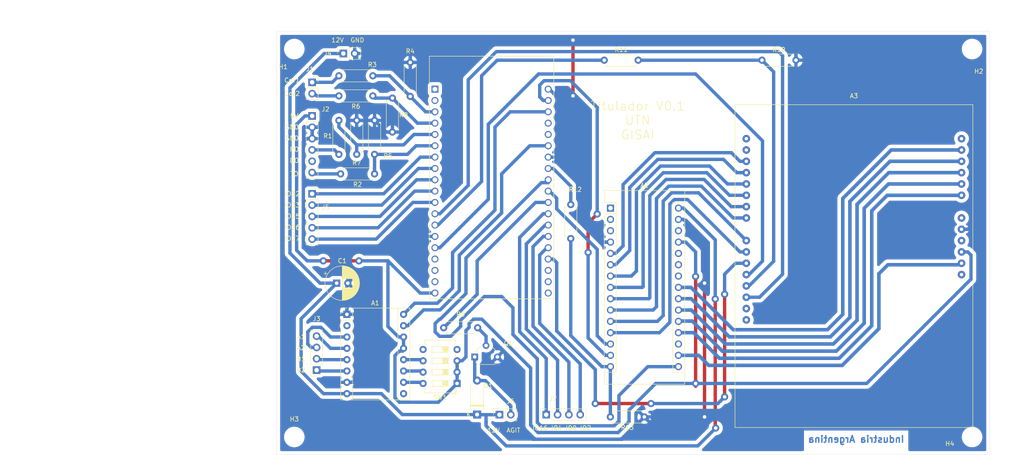
<source format=kicad_pcb>
(kicad_pcb (version 20171130) (host pcbnew "(5.1.6)-1")
  (title_block (title "Sistema embebido para titulador automático") (date 2020-10-27) (rev 0.2) (company "Fernando E. Daniele") (comment 1 "Revisor: Diego Brengi") (comment 2 "Licencia BSD"))
  (layers (0 F.Cu signal) (31 B.Cu signal hide) (34 B.Paste user hide) (35 F.Paste user) (36 B.SilkS user) (37 F.SilkS user) (38 B.Mask user) (39 F.Mask user) (44 Edge.Cuts user))
  (net 0 "")
  (net 1 GND)
  (net 2 +5V)
  (net 3 "Net-(A1-Pad10)")
  (net 4 "Net-(A1-Pad3)")
  (net 5 "Net-(A1-Pad11)")
  (net 6 "Net-(A1-Pad4)")
  (net 7 "Net-(A1-Pad12)")
  (net 8 "Net-(A1-Pad5)")
  (net 9 "Net-(A1-Pad6)")
  (net 10 +12V)
  (net 11 +3V3)
  (net 12 "Net-(A2-Pad19)")
  (net 13 "Net-(A2-Pad20)")
  (net 14 "Net-(A2-Pad5)")
  (net 15 "Net-(A2-Pad21)")
  (net 16 "Net-(A2-Pad6)")
  (net 17 "Net-(A2-Pad22)")
  (net 18 "Net-(A2-Pad7)")
  (net 19 "Net-(A2-Pad23)")
  (net 20 "Net-(A2-Pad8)")
  (net 21 "Net-(A2-Pad9)")
  (net 22 "Net-(A2-Pad10)")
  (net 23 "Net-(A2-Pad11)")
  (net 24 "Net-(A2-Pad12)")
  (net 25 "Net-(D1-Pad2)")
  (net 26 "Net-(J1-Pad2)")
  (net 27 "Net-(J1-Pad1)")
  (net 28 "Net-(J2-Pad4)")
  (net 29 "Net-(J2-Pad6)")
  (net 30 "Net-(J5-Pad1)")
  (net 31 "Net-(J5-Pad2)")
  (net 32 "Net-(J5-Pad3)")
  (net 33 "Net-(J5-Pad4)")
  (net 34 "Net-(J5-Pad5)")
  (net 35 "Net-(J7-Pad1)")
  (net 36 "Net-(J7-Pad2)")
  (net 37 "Net-(J7-Pad3)")
  (net 38 "Net-(J7-Pad4)")
  (net 39 "Net-(Q1-Pad2)")
  (net 40 "Net-(R1-Pad1)")
  (net 41 "Net-(R2-Pad1)")
  (net 42 "Net-(R3-Pad1)")
  (net 43 "Net-(R6-Pad1)")
  (net 44 "Net-(R11-Pad1)")
  (net 45 "Net-(R12-Pad2)")
  (net 46 /StepPAP)
  (net 47 /DirPAP)
  (net 48 /VCSO)
  (net 49 /VMOSI)
  (net 50 /VMISO)
  (net 51 /VCLK)
  (net 52 /HCSO)
  (net 53 /HMOSI)
  (net 54 /HMISO)
  (net 55 /HCLK)
  (net 56 /Agitador)
  (module pcbTitulador:MCUFriend (layer F.Cu) (at 208.5 99.5)
    (fp_text reference A3 (at 0 -35) (layer F.SilkS))
    (fp_text value MCU_Friend)
    (pad 1 thru_hole circle (at -24.13 -25.4) (size 1.7 1.7) (drill 0.762) (layers *.Cu *.Mask))
    (pad 2 thru_hole circle (at -24.13 -22.86) (size 1.7 1.7) (drill 0.762) (layers *.Cu *.Mask))
    (pad 3 thru_hole circle (at -24.13 -20.32) (size 1.7 1.7) (drill 0.762) (layers *.Cu *.Mask) (net 14 "Net-(A2-Pad5)"))
    (pad 4 thru_hole circle (at -24.13 -17.78) (size 1.7 1.7) (drill 0.762) (layers *.Cu *.Mask) (net 16 "Net-(A2-Pad6)"))
    (pad 5 thru_hole circle (at -24.13 -15.24) (size 1.7 1.7) (drill 0.762) (layers *.Cu *.Mask) (net 18 "Net-(A2-Pad7)"))
    (pad 6 thru_hole circle (at -24.13 -12.7) (size 1.7 1.7) (drill 0.762) (layers *.Cu *.Mask) (net 20 "Net-(A2-Pad8)"))
    (pad 7 thru_hole circle (at -24.13 -10.16) (size 1.7 1.7) (drill 0.762) (layers *.Cu *.Mask) (net 21 "Net-(A2-Pad9)"))
    (pad 8 thru_hole circle (at -24.13 -7.62) (size 1.7 1.7) (drill 0.762) (layers *.Cu *.Mask) (net 22 "Net-(A2-Pad10)"))
    (pad 9 thru_hole circle (at -24.13 -2.54) (size 1.7 1.7) (drill 0.762) (layers *.Cu *.Mask) (net 23 "Net-(A2-Pad11)"))
    (pad 10 thru_hole circle (at -24.13 0) (size 1.7 1.7) (drill 0.762) (layers *.Cu *.Mask) (net 24 "Net-(A2-Pad12)"))
    (pad 11 thru_hole circle (at -24.13 2.54) (size 1.7 1.7) (drill 0.762) (layers *.Cu *.Mask) (net 52 /HCSO))
    (pad 12 thru_hole circle (at -24.13 5.08) (size 1.7 1.7) (drill 0.762) (layers *.Cu *.Mask) (net 53 /HMOSI))
    (pad 13 thru_hole circle (at -24.13 7.62) (size 1.7 1.7) (drill 0.762) (layers *.Cu *.Mask) (net 54 /HMISO))
    (pad 14 thru_hole circle (at -24.13 10.16) (size 1.7 1.7) (drill 0.762) (layers *.Cu *.Mask) (net 55 /HCLK))
    (pad 15 thru_hole circle (at -24.13 12.7) (size 1.7 1.7) (drill 0.762) (layers *.Cu *.Mask))
    (pad 16 thru_hole circle (at -24.13 15.24) (size 1.7 1.7) (drill 0.762) (layers *.Cu *.Mask))
    (pad 17 thru_hole circle (at 24.13 -25.4) (size 1.7 1.7) (drill 0.762) (layers *.Cu *.Mask))
    (pad 18 thru_hole circle (at 24.13 -22.86) (size 1.7 1.7) (drill 0.762) (layers *.Cu *.Mask) (net 19 "Net-(A2-Pad23)"))
    (pad 19 thru_hole circle (at 24.13 -20.32) (size 1.7 1.7) (drill 0.762) (layers *.Cu *.Mask) (net 17 "Net-(A2-Pad22)"))
    (pad 20 thru_hole circle (at 24.13 -17.78) (size 1.7 1.7) (drill 0.762) (layers *.Cu *.Mask) (net 15 "Net-(A2-Pad21)"))
    (pad 21 thru_hole circle (at 24.13 -15.24) (size 1.7 1.7) (drill 0.762) (layers *.Cu *.Mask) (net 13 "Net-(A2-Pad20)"))
    (pad 22 thru_hole circle (at 24.13 -12.7) (size 1.7 1.7) (drill 0.762) (layers *.Cu *.Mask) (net 12 "Net-(A2-Pad19)"))
    (pad 23 thru_hole circle (at 24.13 -7.62) (size 1.7 1.7) (drill 0.762) (layers *.Cu *.Mask))
    (pad 24 thru_hole circle (at 24.13 -5.08) (size 1.7 1.7) (drill 0.762) (layers *.Cu *.Mask) (net 1 GND))
    (pad 25 thru_hole circle (at 24.13 -2.54) (size 1.7 1.7) (drill 0.762) (layers *.Cu *.Mask))
    (pad 26 thru_hole circle (at 24.13 0) (size 1.7 1.7) (drill 0.762) (layers *.Cu *.Mask) (net 2 +5V))
    (pad 27 thru_hole circle (at 24.13 2.54) (size 1.7 1.7) (drill 0.762) (layers *.Cu *.Mask) (net 11 +3V3))
    (pad 28 thru_hole circle (at 24.13 5.08) (size 1.7 1.7) (drill 0.762) (layers *.Cu *.Mask))
  )
  (module Resistor_THT:R_Axial_DIN0207_L6.3mm_D2.5mm_P7.62mm_Horizontal (layer F.Cu) (at 124.12 116.5 180)
    (fp_text reference R9 (at 3.81 3) (layer F.SilkS))
    (fp_text value 10K)
    (pad 1 thru_hole circle (at 0 0 180) (size 1.6 1.6) (drill 0.8) (layers *.Cu *.Mask) (net 39 "Net-(Q1-Pad2)"))
    (pad 2 thru_hole oval (at 7.62 0 180) (size 1.6 1.6) (drill 0.8) (layers *.Cu *.Mask) (net 56 /Agitador))
  )
  (module Diode_THT:D_A-405_P7.62mm_Horizontal (layer F.Cu) (at 124 135.97 90)
    (fp_text reference D1 (at 6.47 2.5 180) (layer F.SilkS))
    (fp_text value 1N4007)
    (fp_text user K (at 0 -1.9 180) (layer F.SilkS))
    (pad 1 thru_hole rect (at 0 0 90) (size 1.8 1.8) (drill 0.9) (layers *.Cu *.Mask) (net 10 +12V))
    (pad 2 thru_hole oval (at 7.62 0 90) (size 1.8 1.8) (drill 0.9) (layers *.Cu *.Mask) (net 25 "Net-(D1-Pad2)"))
  )
  (module Connector_PinSocket_2.54mm:PinSocket_1x02_P2.54mm_Vertical (layer F.Cu) (at 129 136 90)
    (fp_text reference J6 (at 3 2.5 180) (layer F.SilkS))
    (fp_text value 1x2_F)
    (pad 1 thru_hole rect (at 0 0 90) (size 1.7 1.7) (drill 1) (layers *.Cu *.Mask) (net 10 +12V))
    (pad 2 thru_hole oval (at 0 2.54 90) (size 1.7 1.7) (drill 1) (layers *.Cu *.Mask) (net 25 "Net-(D1-Pad2)"))
  )
  (module Package_TO_SOT_THT:TO-92L_Wide (layer F.Cu) (at 123.46 123.04)
    (fp_text reference Q1 (at 7.54 -3.04) (layer F.SilkS))
    (fp_text value BC548)
    (pad 2 thru_hole circle (at 2.54 -2.54 90) (size 1.5 1.5) (drill 0.8) (layers *.Cu *.Mask) (net 39 "Net-(Q1-Pad2)"))
    (pad 3 thru_hole circle (at 5.08 0 90) (size 1.5 1.5) (drill 0.8) (layers *.Cu *.Mask) (net 1 GND))
    (pad 1 thru_hole rect (at 0 0 90) (size 1.5 1.5) (drill 0.8) (layers *.Cu *.Mask) (net 25 "Net-(D1-Pad2)"))
  )
  (module Module:Arduino_Nano (layer F.Cu) (at 153.91 89.67)
    (fp_text reference A2 (at 7.62 -5.08) (layer F.SilkS))
    (fp_text value Arduino_Nano_v3.x)
    (pad 1 thru_hole rect (at 0 0) (size 1.6 1.6) (drill 1) (layers *.Cu *.Mask))
    (pad 17 thru_hole oval (at 15.24 33.02) (size 1.6 1.6) (drill 1) (layers *.Cu *.Mask) (net 11 +3V3))
    (pad 2 thru_hole oval (at 0 2.54) (size 1.6 1.6) (drill 1) (layers *.Cu *.Mask))
    (pad 18 thru_hole oval (at 15.24 30.48) (size 1.6 1.6) (drill 1) (layers *.Cu *.Mask))
    (pad 3 thru_hole oval (at 0 5.08) (size 1.6 1.6) (drill 1) (layers *.Cu *.Mask))
    (pad 19 thru_hole oval (at 15.24 27.94) (size 1.6 1.6) (drill 1) (layers *.Cu *.Mask) (net 12 "Net-(A2-Pad19)"))
    (pad 4 thru_hole oval (at 0 7.62) (size 1.6 1.6) (drill 1) (layers *.Cu *.Mask) (net 1 GND))
    (pad 20 thru_hole oval (at 15.24 25.4) (size 1.6 1.6) (drill 1) (layers *.Cu *.Mask) (net 13 "Net-(A2-Pad20)"))
    (pad 5 thru_hole oval (at 0 10.16) (size 1.6 1.6) (drill 1) (layers *.Cu *.Mask) (net 14 "Net-(A2-Pad5)"))
    (pad 21 thru_hole oval (at 15.24 22.86) (size 1.6 1.6) (drill 1) (layers *.Cu *.Mask) (net 15 "Net-(A2-Pad21)"))
    (pad 6 thru_hole oval (at 0 12.7) (size 1.6 1.6) (drill 1) (layers *.Cu *.Mask) (net 16 "Net-(A2-Pad6)"))
    (pad 22 thru_hole oval (at 15.24 20.32) (size 1.6 1.6) (drill 1) (layers *.Cu *.Mask) (net 17 "Net-(A2-Pad22)"))
    (pad 7 thru_hole oval (at 0 15.24) (size 1.6 1.6) (drill 1) (layers *.Cu *.Mask) (net 18 "Net-(A2-Pad7)"))
    (pad 23 thru_hole oval (at 15.24 17.78) (size 1.6 1.6) (drill 1) (layers *.Cu *.Mask) (net 19 "Net-(A2-Pad23)"))
    (pad 8 thru_hole oval (at 0 17.78) (size 1.6 1.6) (drill 1) (layers *.Cu *.Mask) (net 20 "Net-(A2-Pad8)"))
    (pad 24 thru_hole oval (at 15.24 15.24) (size 1.6 1.6) (drill 1) (layers *.Cu *.Mask))
    (pad 9 thru_hole oval (at 0 20.32) (size 1.6 1.6) (drill 1) (layers *.Cu *.Mask) (net 21 "Net-(A2-Pad9)"))
    (pad 25 thru_hole oval (at 15.24 12.7) (size 1.6 1.6) (drill 1) (layers *.Cu *.Mask))
    (pad 10 thru_hole oval (at 0 22.86) (size 1.6 1.6) (drill 1) (layers *.Cu *.Mask) (net 22 "Net-(A2-Pad10)"))
    (pad 26 thru_hole oval (at 15.24 10.16) (size 1.6 1.6) (drill 1) (layers *.Cu *.Mask))
    (pad 11 thru_hole oval (at 0 25.4) (size 1.6 1.6) (drill 1) (layers *.Cu *.Mask) (net 23 "Net-(A2-Pad11)"))
    (pad 27 thru_hole oval (at 15.24 7.62) (size 1.6 1.6) (drill 1) (layers *.Cu *.Mask) (net 2 +5V))
    (pad 12 thru_hole oval (at 0 27.94) (size 1.6 1.6) (drill 1) (layers *.Cu *.Mask) (net 24 "Net-(A2-Pad12)"))
    (pad 28 thru_hole oval (at 15.24 5.08) (size 1.6 1.6) (drill 1) (layers *.Cu *.Mask))
    (pad 13 thru_hole oval (at 0 30.48) (size 1.6 1.6) (drill 1) (layers *.Cu *.Mask) (net 48 /VCSO))
    (pad 29 thru_hole oval (at 15.24 2.54) (size 1.6 1.6) (drill 1) (layers *.Cu *.Mask) (net 1 GND))
    (pad 14 thru_hole oval (at 0 33.02) (size 1.6 1.6) (drill 1) (layers *.Cu *.Mask) (net 49 /VMOSI))
    (pad 30 thru_hole oval (at 15.24 0) (size 1.6 1.6) (drill 1) (layers *.Cu *.Mask) (net 10 +12V))
    (pad 15 thru_hole oval (at 0 35.56) (size 1.6 1.6) (drill 1) (layers *.Cu *.Mask) (net 50 /VMISO))
    (pad 16 thru_hole oval (at 15.24 35.56) (size 1.6 1.6) (drill 1) (layers *.Cu *.Mask) (net 51 /VCLK))
  )
  (module Module:Pololu_Breakout-16_15.2x20.3mm (layer F.Cu) (at 94.8 113.5)
    (fp_text reference A1 (at 6.35 -2.54) (layer F.SilkS))
    (fp_text value Pololu_DRV8825)
    (pad 1 thru_hole rect (at 0 0) (size 1.6 1.6) (drill 0.8) (layers *.Cu *.Mask) (net 1 GND))
    (pad 9 thru_hole oval (at 12.7 17.78) (size 1.6 1.6) (drill 0.8) (layers *.Cu *.Mask))
    (pad 2 thru_hole oval (at 0 2.54) (size 1.6 1.6) (drill 0.8) (layers *.Cu *.Mask))
    (pad 10 thru_hole oval (at 12.7 15.24) (size 1.6 1.6) (drill 0.8) (layers *.Cu *.Mask) (net 3 "Net-(A1-Pad10)"))
    (pad 3 thru_hole oval (at 0 5.08) (size 1.6 1.6) (drill 0.8) (layers *.Cu *.Mask) (net 4 "Net-(A1-Pad3)"))
    (pad 11 thru_hole oval (at 12.7 12.7) (size 1.6 1.6) (drill 0.8) (layers *.Cu *.Mask) (net 5 "Net-(A1-Pad11)"))
    (pad 4 thru_hole oval (at 0 7.62) (size 1.6 1.6) (drill 0.8) (layers *.Cu *.Mask) (net 6 "Net-(A1-Pad4)"))
    (pad 12 thru_hole oval (at 12.7 10.16) (size 1.6 1.6) (drill 0.8) (layers *.Cu *.Mask) (net 7 "Net-(A1-Pad12)"))
    (pad 5 thru_hole oval (at 0 10.16) (size 1.6 1.6) (drill 0.8) (layers *.Cu *.Mask) (net 8 "Net-(A1-Pad5)"))
    (pad 13 thru_hole oval (at 12.7 7.62) (size 1.6 1.6) (drill 0.8) (layers *.Cu *.Mask) (net 2 +5V))
    (pad 6 thru_hole oval (at 0 12.7) (size 1.6 1.6) (drill 0.8) (layers *.Cu *.Mask) (net 9 "Net-(A1-Pad6)"))
    (pad 14 thru_hole oval (at 12.7 5.08) (size 1.6 1.6) (drill 0.8) (layers *.Cu *.Mask) (net 2 +5V))
    (pad 7 thru_hole oval (at 0 15.24) (size 1.6 1.6) (drill 0.8) (layers *.Cu *.Mask) (net 1 GND))
    (pad 15 thru_hole oval (at 12.7 2.54) (size 1.6 1.6) (drill 0.8) (layers *.Cu *.Mask) (net 46 /StepPAP))
    (pad 8 thru_hole oval (at 0 17.78) (size 1.6 1.6) (drill 0.8) (layers *.Cu *.Mask) (net 10 +12V))
    (pad 16 thru_hole oval (at 12.7 0) (size 1.6 1.6) (drill 0.8) (layers *.Cu *.Mask) (net 47 /DirPAP))
  )
  (module Button_Switch_THT:SW_DIP_SPSTx04_Slide_6.7x11.72mm_W7.62mm_P2.54mm_LowProfile (layer F.Cu) (at 119.5 129 180)
    (fp_text reference SW1 (at 3.81 -3.11) (layer F.SilkS))
    (fp_text value SW_DIP_x04)
    (pad 1 thru_hole rect (at 0 0 180) (size 1.6 1.6) (drill 0.8) (layers *.Cu *.Mask) (net 2 +5V))
    (pad 5 thru_hole oval (at 7.62 7.62 180) (size 1.6 1.6) (drill 0.8) (layers *.Cu *.Mask))
    (pad 2 thru_hole oval (at 0 2.54 180) (size 1.6 1.6) (drill 0.8) (layers *.Cu *.Mask) (net 2 +5V))
    (pad 6 thru_hole oval (at 7.62 5.08 180) (size 1.6 1.6) (drill 0.8) (layers *.Cu *.Mask) (net 7 "Net-(A1-Pad12)"))
    (pad 3 thru_hole oval (at 0 5.08 180) (size 1.6 1.6) (drill 0.8) (layers *.Cu *.Mask) (net 2 +5V))
    (pad 7 thru_hole oval (at 7.62 2.54 180) (size 1.6 1.6) (drill 0.8) (layers *.Cu *.Mask) (net 5 "Net-(A1-Pad11)"))
    (pad 4 thru_hole oval (at 0 7.62 180) (size 1.6 1.6) (drill 0.8) (layers *.Cu *.Mask))
    (pad 8 thru_hole oval (at 7.62 0 180) (size 1.6 1.6) (drill 0.8) (layers *.Cu *.Mask) (net 3 "Net-(A1-Pad10)"))
  )
  (module Resistor_THT:R_Axial_DIN0207_L6.3mm_D2.5mm_P7.62mm_Horizontal (layer F.Cu) (at 97 77.62 90)
    (fp_text reference R7 (at -1.88 0 180) (layer F.SilkS))
    (fp_text value 27K)
    (pad 2 thru_hole oval (at 7.62 0 90) (size 1.6 1.6) (drill 0.8) (layers *.Cu *.Mask) (net 1 GND))
    (pad 1 thru_hole circle (at 0 0 90) (size 1.6 1.6) (drill 0.8) (layers *.Cu *.Mask) (net 40 "Net-(R1-Pad1)"))
  )
  (module Capacitor_THT:CP_Radial_D7.5mm_P2.50mm (layer F.Cu) (at 92.5 106.5)
    (fp_text reference C1 (at 1.25 -5) (layer F.SilkS))
    (fp_text value 100uF)
    (pad 1 thru_hole rect (at 0 0) (size 1.6 1.6) (drill 0.8) (layers *.Cu *.Mask) (net 10 +12V))
    (pad 2 thru_hole circle (at 2.5 0) (size 1.6 1.6) (drill 0.8) (layers *.Cu *.Mask) (net 1 GND))
  )
  (module Connector_PinSocket_2.54mm:PinSocket_1x06_P2.54mm_Vertical (layer F.Cu) (at 87 69)
    (fp_text reference J2 (at 3 -1.5) (layer F.SilkS))
    (fp_text value 1x6_F)
    (pad 1 thru_hole rect (at 0 0) (size 1.7 1.7) (drill 1) (layers *.Cu *.Mask) (net 2 +5V))
    (pad 2 thru_hole oval (at 0 2.54) (size 1.7 1.7) (drill 1) (layers *.Cu *.Mask) (net 1 GND))
    (pad 3 thru_hole oval (at 0 5.08) (size 1.7 1.7) (drill 1) (layers *.Cu *.Mask) (net 1 GND))
    (pad 4 thru_hole oval (at 0 7.62) (size 1.7 1.7) (drill 1) (layers *.Cu *.Mask) (net 28 "Net-(J2-Pad4)"))
    (pad 5 thru_hole oval (at 0 10.16) (size 1.7 1.7) (drill 1) (layers *.Cu *.Mask))
    (pad 6 thru_hole oval (at 0 12.7) (size 1.7 1.7) (drill 1) (layers *.Cu *.Mask) (net 29 "Net-(J2-Pad6)"))
  )
  (module Connector_PinSocket_2.54mm:PinSocket_1x02_P2.54mm_Vertical (layer F.Cu) (at 87 61.46)
    (fp_text reference J1 (at -0.5 -2.96) (layer F.SilkS))
    (fp_text value 1x2_F)
    (pad 2 thru_hole oval (at 0 2.54) (size 1.7 1.7) (drill 1) (layers *.Cu *.Mask) (net 26 "Net-(J1-Pad2)"))
    (pad 1 thru_hole rect (at 0 0) (size 1.7 1.7) (drill 1) (layers *.Cu *.Mask) (net 27 "Net-(J1-Pad1)"))
  )
  (module Connector_PinSocket_2.54mm:PinSocket_1x04_P2.54mm_Vertical (layer F.Cu) (at 88 126 180)
    (fp_text reference J3 (at 0 11.5) (layer F.SilkS))
    (fp_text value 1x4_F)
    (pad 4 thru_hole oval (at 0 7.62 180) (size 1.7 1.7) (drill 1) (layers *.Cu *.Mask) (net 6 "Net-(A1-Pad4)"))
    (pad 3 thru_hole oval (at 0 5.08 180) (size 1.7 1.7) (drill 1) (layers *.Cu *.Mask) (net 4 "Net-(A1-Pad3)"))
    (pad 2 thru_hole oval (at 0 2.54 180) (size 1.7 1.7) (drill 1) (layers *.Cu *.Mask) (net 8 "Net-(A1-Pad5)"))
    (pad 1 thru_hole rect (at 0 0 180) (size 1.7 1.7) (drill 1) (layers *.Cu *.Mask) (net 9 "Net-(A1-Pad6)"))
  )
  (module Connector_PinSocket_2.54mm:PinSocket_1x02_P2.54mm_Vertical (layer F.Cu) (at 94 55 90)
    (fp_text reference J4 (at 0 -3.5 180) (layer F.SilkS))
    (fp_text value 1x2_F)
    (pad 1 thru_hole rect (at 0 0 90) (size 1.7 1.7) (drill 1) (layers *.Cu *.Mask) (net 10 +12V))
    (pad 2 thru_hole oval (at 0 2.54 90) (size 1.7 1.7) (drill 1) (layers *.Cu *.Mask) (net 1 GND))
  )
  (module Connector_PinSocket_2.54mm:PinSocket_1x05_P2.54mm_Vertical (layer F.Cu) (at 87 86.46)
    (fp_text reference J5 (at 3 3.04) (layer F.SilkS))
    (fp_text value 1x5_F)
    (pad 1 thru_hole rect (at 0 0) (size 1.7 1.7) (drill 1) (layers *.Cu *.Mask) (net 30 "Net-(J5-Pad1)"))
    (pad 2 thru_hole oval (at 0 2.54) (size 1.7 1.7) (drill 1) (layers *.Cu *.Mask) (net 31 "Net-(J5-Pad2)"))
    (pad 3 thru_hole oval (at 0 5.08) (size 1.7 1.7) (drill 1) (layers *.Cu *.Mask) (net 32 "Net-(J5-Pad3)"))
    (pad 4 thru_hole oval (at 0 7.62) (size 1.7 1.7) (drill 1) (layers *.Cu *.Mask) (net 33 "Net-(J5-Pad4)"))
    (pad 5 thru_hole oval (at 0 10.16) (size 1.7 1.7) (drill 1) (layers *.Cu *.Mask) (net 34 "Net-(J5-Pad5)"))
  )
  (module Connector_PinSocket_2.54mm:PinSocket_1x04_P2.54mm_Vertical (layer F.Cu) (at 139.5 136 90)
    (fp_text reference J7 (at 3.5 1.5 180) (layer F.SilkS))
    (fp_text value 1x4_F)
    (pad 1 thru_hole rect (at 0 0 90) (size 1.7 1.7) (drill 1) (layers *.Cu *.Mask) (net 35 "Net-(J7-Pad1)"))
    (pad 2 thru_hole oval (at 0 2.54 90) (size 1.7 1.7) (drill 1) (layers *.Cu *.Mask) (net 36 "Net-(J7-Pad2)"))
    (pad 3 thru_hole oval (at 0 5.08 90) (size 1.7 1.7) (drill 1) (layers *.Cu *.Mask) (net 37 "Net-(J7-Pad3)"))
    (pad 4 thru_hole oval (at 0 7.62 90) (size 1.7 1.7) (drill 1) (layers *.Cu *.Mask) (net 38 "Net-(J7-Pad4)"))
  )
  (module Resistor_THT:R_Axial_DIN0207_L6.3mm_D2.5mm_P7.62mm_Horizontal (layer F.Cu) (at 93 70 270)
    (fp_text reference R1 (at 3.5 2.5 180) (layer F.SilkS))
    (fp_text value 18K)
    (pad 1 thru_hole circle (at 0 0 270) (size 1.6 1.6) (drill 0.8) (layers *.Cu *.Mask) (net 40 "Net-(R1-Pad1)"))
    (pad 2 thru_hole oval (at 7.62 0 270) (size 1.6 1.6) (drill 0.8) (layers *.Cu *.Mask) (net 28 "Net-(J2-Pad4)"))
  )
  (module Resistor_THT:R_Axial_DIN0207_L6.3mm_D2.5mm_P7.62mm_Horizontal (layer F.Cu) (at 101 82 180)
    (fp_text reference R2 (at 3.81 -2.37) (layer F.SilkS))
    (fp_text value 18K)
    (pad 1 thru_hole circle (at 0 0 180) (size 1.6 1.6) (drill 0.8) (layers *.Cu *.Mask) (net 41 "Net-(R2-Pad1)"))
    (pad 2 thru_hole oval (at 7.62 0 180) (size 1.6 1.6) (drill 0.8) (layers *.Cu *.Mask) (net 29 "Net-(J2-Pad6)"))
  )
  (module Resistor_THT:R_Axial_DIN0207_L6.3mm_D2.5mm_P7.62mm_Horizontal (layer F.Cu) (at 100.62 60 180)
    (fp_text reference R3 (at 0.12 2.5) (layer F.SilkS))
    (fp_text value 18K)
    (pad 1 thru_hole circle (at 0 0 180) (size 1.6 1.6) (drill 0.8) (layers *.Cu *.Mask) (net 42 "Net-(R3-Pad1)"))
    (pad 2 thru_hole oval (at 7.62 0 180) (size 1.6 1.6) (drill 0.8) (layers *.Cu *.Mask) (net 27 "Net-(J1-Pad1)"))
  )
  (module Resistor_THT:R_Axial_DIN0207_L6.3mm_D2.5mm_P7.62mm_Horizontal (layer F.Cu) (at 109 64.62 90)
    (fp_text reference R4 (at 10.12 0 180) (layer F.SilkS))
    (fp_text value 27K)
    (pad 1 thru_hole circle (at 0 0 90) (size 1.6 1.6) (drill 0.8) (layers *.Cu *.Mask) (net 42 "Net-(R3-Pad1)"))
    (pad 2 thru_hole oval (at 7.62 0 90) (size 1.6 1.6) (drill 0.8) (layers *.Cu *.Mask) (net 1 GND))
  )
  (module Resistor_THT:R_Axial_DIN0207_L6.3mm_D2.5mm_P7.62mm_Horizontal (layer F.Cu) (at 101 77.62 90)
    (fp_text reference R5 (at -0.38 3 180) (layer F.SilkS))
    (fp_text value 27K)
    (pad 2 thru_hole oval (at 7.62 0 90) (size 1.6 1.6) (drill 0.8) (layers *.Cu *.Mask) (net 1 GND))
    (pad 1 thru_hole circle (at 0 0 90) (size 1.6 1.6) (drill 0.8) (layers *.Cu *.Mask) (net 41 "Net-(R2-Pad1)"))
  )
  (module Resistor_THT:R_Axial_DIN0207_L6.3mm_D2.5mm_P7.62mm_Horizontal (layer F.Cu) (at 100.62 64.5 180)
    (fp_text reference R6 (at 3.81 -2.37) (layer F.SilkS))
    (fp_text value 18K)
    (pad 1 thru_hole circle (at 0 0 180) (size 1.6 1.6) (drill 0.8) (layers *.Cu *.Mask) (net 43 "Net-(R6-Pad1)"))
    (pad 2 thru_hole oval (at 7.62 0 180) (size 1.6 1.6) (drill 0.8) (layers *.Cu *.Mask) (net 26 "Net-(J1-Pad2)"))
  )
  (module Resistor_THT:R_Axial_DIN0207_L6.3mm_D2.5mm_P7.62mm_Horizontal (layer F.Cu) (at 105 65 270)
    (fp_text reference R8 (at 3.81 -2.5 180) (layer F.SilkS))
    (fp_text value 27K)
    (pad 2 thru_hole oval (at 7.62 0 270) (size 1.6 1.6) (drill 0.8) (layers *.Cu *.Mask) (net 1 GND))
    (pad 1 thru_hole circle (at 0 0 270) (size 1.6 1.6) (drill 0.8) (layers *.Cu *.Mask) (net 43 "Net-(R6-Pad1)"))
  )
  (module Resistor_THT:R_Axial_DIN0207_L6.3mm_D2.5mm_P7.62mm_Horizontal (layer F.Cu) (at 187.88 56.5)
    (fp_text reference R10 (at 3.81 -2.37) (layer F.SilkS))
    (fp_text value 27K)
    (pad 2 thru_hole oval (at 7.62 0) (size 1.6 1.6) (drill 0.8) (layers *.Cu *.Mask) (net 1 GND))
    (pad 1 thru_hole circle (at 0 0) (size 1.6 1.6) (drill 0.8) (layers *.Cu *.Mask) (net 54 /HMISO))
  )
  (module Resistor_THT:R_Axial_DIN0207_L6.3mm_D2.5mm_P7.62mm_Horizontal (layer F.Cu) (at 152.5 56.5)
    (fp_text reference R11 (at 3.81 -2.37) (layer F.SilkS))
    (fp_text value 18K)
    (pad 1 thru_hole circle (at 0 0) (size 1.6 1.6) (drill 0.8) (layers *.Cu *.Mask) (net 44 "Net-(R11-Pad1)"))
    (pad 2 thru_hole oval (at 7.62 0) (size 1.6 1.6) (drill 0.8) (layers *.Cu *.Mask) (net 54 /HMISO))
  )
  (module Resistor_THT:R_Axial_DIN0207_L6.3mm_D2.5mm_P7.62mm_Horizontal (layer F.Cu) (at 145 96.5 90)
    (fp_text reference R12 (at 11 1 180) (layer F.SilkS))
    (fp_text value 18K)
    (pad 2 thru_hole oval (at 7.62 0 90) (size 1.6 1.6) (drill 0.8) (layers *.Cu *.Mask) (net 45 "Net-(R12-Pad2)"))
    (pad 1 thru_hole circle (at 0 0 90) (size 1.6 1.6) (drill 0.8) (layers *.Cu *.Mask) (net 50 /VMISO))
  )
  (module Resistor_THT:R_Axial_DIN0207_L6.3mm_D2.5mm_P7.62mm_Horizontal (layer F.Cu) (at 161.5 136.5 180)
    (fp_text reference R13 (at 3.81 -2.37) (layer F.SilkS))
    (fp_text value 27K)
    (pad 2 thru_hole oval (at 7.62 0 180) (size 1.6 1.6) (drill 0.8) (layers *.Cu *.Mask) (net 50 /VMISO))
    (pad 1 thru_hole circle (at 0 0 180) (size 1.6 1.6) (drill 0.8) (layers *.Cu *.Mask) (net 1 GND))
  )
  (module pcbTitulador:MODULE_ESP32-DEVKITC-32D (layer F.Cu) (at 127.24 82.76)
    (fp_text reference U1 (at 0.26 -28.76) (layer F.SilkS) (effects (font (size 1.000386 1.000386) (thickness 0.015))))
    (fp_text value ESP32-DEVKITC-32D)
    (pad 1 thru_hole rect (at -12.7 -19.76) (size 1.56 1.56) (drill 1.04) (layers *.Cu *.Mask))
    (pad 2 thru_hole circle (at -12.7 -17.22) (size 1.56 1.56) (drill 1.04) (layers *.Cu *.Mask))
    (pad 19 thru_hole circle (at -12.7 25.96) (size 1.56 1.56) (drill 1.04) (layers *.Cu *.Mask) (net 2 +5V))
    (pad 3 thru_hole circle (at -12.7 -14.68) (size 1.56 1.56) (drill 1.04) (layers *.Cu *.Mask) (net 42 "Net-(R3-Pad1)"))
    (pad 4 thru_hole circle (at -12.7 -12.14) (size 1.56 1.56) (drill 1.04) (layers *.Cu *.Mask) (net 43 "Net-(R6-Pad1)"))
    (pad 5 thru_hole circle (at -12.7 -9.6) (size 1.56 1.56) (drill 1.04) (layers *.Cu *.Mask) (net 40 "Net-(R1-Pad1)"))
    (pad 6 thru_hole circle (at -12.7 -7.06) (size 1.56 1.56) (drill 1.04) (layers *.Cu *.Mask) (net 41 "Net-(R2-Pad1)"))
    (pad 7 thru_hole circle (at -12.7 -4.52) (size 1.56 1.56) (drill 1.04) (layers *.Cu *.Mask) (net 30 "Net-(J5-Pad1)"))
    (pad 8 thru_hole circle (at -12.7 -1.98) (size 1.56 1.56) (drill 1.04) (layers *.Cu *.Mask) (net 31 "Net-(J5-Pad2)"))
    (pad 9 thru_hole circle (at -12.7 0.56) (size 1.56 1.56) (drill 1.04) (layers *.Cu *.Mask) (net 32 "Net-(J5-Pad3)"))
    (pad 10 thru_hole circle (at -12.7 3.1) (size 1.56 1.56) (drill 1.04) (layers *.Cu *.Mask) (net 33 "Net-(J5-Pad4)"))
    (pad 11 thru_hole circle (at -12.7 5.64) (size 1.56 1.56) (drill 1.04) (layers *.Cu *.Mask) (net 34 "Net-(J5-Pad5)"))
    (pad 12 thru_hole circle (at -12.7 8.18) (size 1.56 1.56) (drill 1.04) (layers *.Cu *.Mask) (net 55 /HCLK))
    (pad 13 thru_hole circle (at -12.7 10.72) (size 1.56 1.56) (drill 1.04) (layers *.Cu *.Mask) (net 44 "Net-(R11-Pad1)"))
    (pad 14 thru_hole circle (at -12.7 13.26) (size 1.56 1.56) (drill 1.04) (layers *.Cu *.Mask) (net 1 GND))
    (pad 15 thru_hole circle (at -12.7 15.8) (size 1.56 1.56) (drill 1.04) (layers *.Cu *.Mask) (net 53 /HMOSI))
    (pad 16 thru_hole circle (at -12.7 18.34) (size 1.56 1.56) (drill 1.04) (layers *.Cu *.Mask))
    (pad 17 thru_hole circle (at -12.7 20.88) (size 1.56 1.56) (drill 1.04) (layers *.Cu *.Mask))
    (pad 18 thru_hole circle (at -12.7 23.42) (size 1.56 1.56) (drill 1.04) (layers *.Cu *.Mask))
    (pad 20 thru_hole circle (at 12.7 -19.76) (size 1.56 1.56) (drill 1.04) (layers *.Cu *.Mask) (net 1 GND))
    (pad 21 thru_hole circle (at 12.7 -17.22) (size 1.56 1.56) (drill 1.04) (layers *.Cu *.Mask) (net 49 /VMOSI))
    (pad 22 thru_hole circle (at 12.7 -14.68) (size 1.56 1.56) (drill 1.04) (layers *.Cu *.Mask) (net 47 /DirPAP))
    (pad 23 thru_hole circle (at 12.7 -12.14) (size 1.56 1.56) (drill 1.04) (layers *.Cu *.Mask))
    (pad 24 thru_hole circle (at 12.7 -9.6) (size 1.56 1.56) (drill 1.04) (layers *.Cu *.Mask))
    (pad 25 thru_hole circle (at 12.7 -7.06) (size 1.56 1.56) (drill 1.04) (layers *.Cu *.Mask) (net 46 /StepPAP))
    (pad 26 thru_hole circle (at 12.7 -4.52) (size 1.56 1.56) (drill 1.04) (layers *.Cu *.Mask) (net 1 GND))
    (pad 27 thru_hole circle (at 12.7 -1.98) (size 1.56 1.56) (drill 1.04) (layers *.Cu *.Mask) (net 45 "Net-(R12-Pad2)"))
    (pad 28 thru_hole circle (at 12.7 0.56) (size 1.56 1.56) (drill 1.04) (layers *.Cu *.Mask) (net 51 /VCLK))
    (pad 29 thru_hole circle (at 12.7 3.1) (size 1.56 1.56) (drill 1.04) (layers *.Cu *.Mask) (net 48 /VCSO))
    (pad 30 thru_hole circle (at 12.7 5.64) (size 1.56 1.56) (drill 1.04) (layers *.Cu *.Mask) (net 56 /Agitador))
    (pad 31 thru_hole circle (at 12.7 8.18) (size 1.56 1.56) (drill 1.04) (layers *.Cu *.Mask) (net 35 "Net-(J7-Pad1)"))
    (pad 32 thru_hole circle (at 12.7 10.72) (size 1.56 1.56) (drill 1.04) (layers *.Cu *.Mask) (net 36 "Net-(J7-Pad2)"))
    (pad 33 thru_hole circle (at 12.7 13.26) (size 1.56 1.56) (drill 1.04) (layers *.Cu *.Mask) (net 37 "Net-(J7-Pad3)"))
    (pad 34 thru_hole circle (at 12.7 15.8) (size 1.56 1.56) (drill 1.04) (layers *.Cu *.Mask) (net 38 "Net-(J7-Pad4)"))
    (pad 35 thru_hole circle (at 12.7 18.34) (size 1.56 1.56) (drill 1.04) (layers *.Cu *.Mask) (net 52 /HCSO))
    (pad 36 thru_hole circle (at 12.7 20.88) (size 1.56 1.56) (drill 1.04) (layers *.Cu *.Mask))
    (pad 37 thru_hole circle (at 12.7 23.42) (size 1.56 1.56) (drill 1.04) (layers *.Cu *.Mask))
    (pad 38 thru_hole circle (at 12.7 25.96) (size 1.56 1.56) (drill 1.04) (layers *.Cu *.Mask))
  )
  (module MountingHole:MountingHole_3mm (layer F.Cu) (at 83 54)
    (fp_text reference H1 (at -2.5 4) (layer F.SilkS))
    (fp_text value MountingHole)
    (pad 1 np_thru_hole circle (at 0 0) (size 3 3) (drill 3) (layers *.Cu *.Mask))
  )
  (module MountingHole:MountingHole_3mm (layer F.Cu) (at 235 54)
    (fp_text reference H2 (at 1.5 5) (layer F.SilkS))
    (fp_text value MountingHole)
    (pad 1 np_thru_hole circle (at 0 0) (size 3 3) (drill 3) (layers *.Cu *.Mask))
  )
  (module MountingHole:MountingHole_3mm (layer F.Cu) (at 83 141)
    (fp_text reference H3 (at 0 -4) (layer F.SilkS))
    (fp_text value MountingHole)
    (pad 1 np_thru_hole circle (at 0 0) (size 3 3) (drill 3) (layers *.Cu *.Mask))
  )
  (module MountingHole:MountingHole_3mm (layer F.Cu) (at 235 141)
    (fp_text reference H4 (at -5 1.5) (layer F.SilkS))
    (fp_text value MountingHole)
    (pad 1 np_thru_hole circle (at 0 0) (size 3 3) (drill 3) (layers *.Cu *.Mask))
  )
  (gr_text "IO16 IO4 IO0 IO2" (at 143 139) (layer F.SilkS) (effects (font (size 1 1))))
  (gr_text "12V  AGIT" (at 130 139.5) (layer F.SilkS) (effects (font (size 1 1))))
  (gr_text A1 (at 84.5 118.5) (layer F.SilkS) (effects (font (size 1 1))))
  (gr_text A2 (at 84.5 121) (layer F.SilkS) (effects (font (size 1 1))))
  (gr_text B1 (at 84.5 123.5) (layer F.SilkS) (effects (font (size 1 1))))
  (gr_text B2 (at 84.5 126) (layer F.SilkS) (effects (font (size 1 1))))
  (gr_text IO27 (at 82.5 96.5) (layer F.SilkS) (effects (font (size 1 1))))
  (gr_text IO26 (at 82.5 94) (layer F.SilkS) (effects (font (size 1 1))))
  (gr_text IO25 (at 82.5 91.5) (layer F.SilkS) (effects (font (size 1 1))))
  (gr_text IO33 (at 82.5 89) (layer F.SilkS) (effects (font (size 1 1))))
  (gr_text IO32 (at 82.5 86.5) (layer F.SilkS) (effects (font (size 1 1))))
  (gr_text TO (at 83 82) (layer F.SilkS) (effects (font (size 1 1))))
  (gr_text DO (at 83 79) (layer F.SilkS) (effects (font (size 1 1))))
  (gr_text PO (at 83 76.5) (layer F.SilkS) (effects (font (size 1 1))))
  (gr_text 5V (at 83 69) (layer F.SilkS) (effects (font (size 1 1))))
  (gr_text GND (at 82.5 74) (layer F.SilkS) (effects (font (size 1 1))))
  (gr_text GND (at 82.5 71.5) (layer F.SilkS) (effects (font (size 1 1))))
  (gr_text Cor2 (at 82.5 64) (layer F.SilkS) (effects (font (size 1 1))))
  (gr_text Cor1 (at 82.5 61) (layer F.SilkS) (effects (font (size 1 1))))
  (gr_text "12V  GND" (at 95 52) (layer F.SilkS) (effects (font (size 1 1))))
  (gr_text "Industria Argentina" (at 209 141.5) (layer B.Cu) (effects (font (size 1.5 1.5) (thickness 0.3)) (justify mirror)))
  (gr_line (start 239 145) (end 239 50) (layer Edge.Cuts) (width 0.05))
  (gr_line (start 79 145) (end 79 50) (layer Edge.Cuts) (width 0.05))
  (gr_line (start 239 145) (end 79 145) (layer Edge.Cuts) (width 0.05))
  (gr_line (start 79 50) (end 239 50) (layer Edge.Cuts) (width 0.05))
  (gr_text "Titulador V0.1\nUTN\nGISAI" (at 160 70) (layer F.SilkS) (effects (font (size 2 2))))
  (segment (start 234.044213 94.42) (end 237.34999 91.114223) (width 0.75) (layer B.Cu) (net 1))
  (segment (start 232.63 94.42) (end 234.044213 94.42) (width 0.75) (layer B.Cu) (net 1))
  (segment (start 210.5 52) (end 196 52) (width 0.75) (layer B.Cu) (net 1))
  (segment (start 237.34999 127) (end 237.34999 89.84999) (width 0.75) (layer B.Cu) (net 1))
  (segment (start 227.84999 136.5) (end 237.34999 127) (width 0.75) (layer B.Cu) (net 1))
  (segment (start 237.34999 91.114223) (end 237.34999 89.84999) (width 0.75) (layer B.Cu) (net 1))
  (segment (start 139.94 78.24) (end 142.26 78.24) (width 0.75) (layer B.Cu) (net 1))
  (segment (start 142.26 78.24) (end 145.5 75) (width 0.75) (layer B.Cu) (net 1))
  (segment (start 145.5 68.280598) (end 140.219402 63) (width 0.75) (layer B.Cu) (net 1))
  (segment (start 140.219402 63) (end 139.94 63) (width 0.75) (layer B.Cu) (net 1))
  (segment (start 145.5 75) (end 145.5 68.280598) (width 0.75) (layer B.Cu) (net 1))
  (via (at 145.5 52) (size 1.6) (drill 0.8) (layers F.Cu B.Cu) (net 1))
  (segment (start 145.5 68.280598) (end 145.5 64.5) (width 0.75) (layer B.Cu) (net 1))
  (via (at 145.5 64.5) (size 1.6) (drill 0.8) (layers F.Cu B.Cu) (net 1))
  (segment (start 145.5 64.5) (end 145.5 52.07501) (width 0.75) (layer F.Cu) (net 1))
  (segment (start 175 136.5) (end 227.84999 136.5) (width 0.75) (layer B.Cu) (net 1))
  (segment (start 169 136.5) (end 175 136.5) (width 0.75) (layer B.Cu) (net 1))
  (via (at 175 106.5) (size 1.6) (drill 0.8) (layers F.Cu B.Cu) (net 1))
  (via (at 175 136.5) (size 1.6) (drill 0.8) (layers F.Cu B.Cu) (net 1))
  (segment (start 175 106.5) (end 175 136.5) (width 0.75) (layer F.Cu) (net 1))
  (segment (start 237.34999 67.65001) (end 237.34999 65.34999) (width 0.75) (layer B.Cu) (net 1))
  (segment (start 237.34999 89.84999) (end 237.34999 67.65001) (width 0.75) (layer B.Cu) (net 1))
  (segment (start 237.34999 65.34999) (end 224 52) (width 0.75) (layer B.Cu) (net 1))
  (segment (start 224 52) (end 210.5 52) (width 0.75) (layer B.Cu) (net 1))
  (segment (start 109 57) (end 109 53.5) (width 0.75) (layer B.Cu) (net 1))
  (segment (start 109 53.5) (end 107.5 52) (width 0.75) (layer B.Cu) (net 1))
  (segment (start 107.5 52) (end 101.5 52) (width 0.75) (layer B.Cu) (net 1))
  (segment (start 97 67) (end 97 70) (width 0.75) (layer B.Cu) (net 1))
  (segment (start 92.742081 67) (end 97 67) (width 0.75) (layer B.Cu) (net 1))
  (segment (start 87 71.54) (end 88.202081 71.54) (width 0.75) (layer B.Cu) (net 1))
  (segment (start 88.202081 71.54) (end 92.742081 67) (width 0.75) (layer B.Cu) (net 1))
  (segment (start 96.5 52) (end 97 52) (width 0.75) (layer B.Cu) (net 1))
  (segment (start 97 52) (end 101.5 52) (width 0.75) (layer B.Cu) (net 1))
  (segment (start 101 70) (end 97 70) (width 0.75) (layer B.Cu) (net 1))
  (segment (start 103.62 72.62) (end 101 70) (width 0.75) (layer B.Cu) (net 1))
  (segment (start 105 72.62) (end 103.62 72.62) (width 0.75) (layer B.Cu) (net 1))
  (segment (start 97 55.46) (end 96.54 55) (width 0.75) (layer B.Cu) (net 1))
  (segment (start 97 67) (end 97 55.46) (width 0.75) (layer B.Cu) (net 1))
  (segment (start 96.54 52.04) (end 96.5 52) (width 0.75) (layer B.Cu) (net 1))
  (segment (start 96.54 55) (end 96.54 52.04) (width 0.75) (layer B.Cu) (net 1))
  (segment (start 87 74.08) (end 87 72.5) (width 0.75) (layer B.Cu) (net 1))
  (segment (start 87 72.5) (end 87 71.54) (width 0.75) (layer B.Cu) (net 1))
  (segment (start 95.93137 128.74) (end 97 127.67137) (width 0.75) (layer B.Cu) (net 1))
  (segment (start 94.8 128.74) (end 95.93137 128.74) (width 0.75) (layer B.Cu) (net 1))
  (segment (start 97 114.15) (end 96.35 113.5) (width 0.75) (layer B.Cu) (net 1))
  (segment (start 96.35 113.5) (end 94.8 113.5) (width 0.75) (layer B.Cu) (net 1))
  (segment (start 97 127.67137) (end 97 114.15) (width 0.75) (layer B.Cu) (net 1))
  (segment (start 85.797919 74.08) (end 87 74.08) (width 0.75) (layer B.Cu) (net 1))
  (segment (start 85.024999 74.85292) (end 85.797919 74.08) (width 0.75) (layer B.Cu) (net 1))
  (segment (start 85.024999 98.524999) (end 85.024999 74.85292) (width 0.75) (layer B.Cu) (net 1))
  (segment (start 85.095001 98.595001) (end 85.024999 98.524999) (width 0.75) (layer B.Cu) (net 1))
  (segment (start 104.08667 96.02) (end 101.511669 98.595001) (width 0.75) (layer B.Cu) (net 1))
  (segment (start 114.54 96.02) (end 104.08667 96.02) (width 0.75) (layer B.Cu) (net 1))
  (segment (start 101.511669 98.595001) (end 93.904999 98.595001) (width 0.75) (layer B.Cu) (net 1))
  (segment (start 95 106.5) (end 95 104) (width 0.75) (layer B.Cu) (net 1))
  (segment (start 93.404999 102.404999) (end 93.404999 98.595001) (width 0.75) (layer B.Cu) (net 1))
  (segment (start 93.904999 98.595001) (end 93.404999 98.595001) (width 0.75) (layer B.Cu) (net 1))
  (segment (start 95 104) (end 93.404999 102.404999) (width 0.75) (layer B.Cu) (net 1))
  (segment (start 93.404999 98.595001) (end 85.095001 98.595001) (width 0.75) (layer B.Cu) (net 1))
  (segment (start 94.8 106.7) (end 95 106.5) (width 0.75) (layer B.Cu) (net 1))
  (segment (start 94.8 113.5) (end 94.8 106.7) (width 0.75) (layer B.Cu) (net 1))
  (segment (start 146.925001 82.925001) (end 142.24 78.24) (width 0.75) (layer B.Cu) (net 1))
  (segment (start 142.24 78.24) (end 139.94 78.24) (width 0.75) (layer B.Cu) (net 1))
  (segment (start 175 96.92863) (end 175 106.5) (width 0.75) (layer B.Cu) (net 1))
  (segment (start 161.5 136.5) (end 165 136.5) (width 0.75) (layer B.Cu) (net 1))
  (segment (start 165 136.5) (end 169 136.5) (width 0.75) (layer B.Cu) (net 1))
  (segment (start 133.515001 138.515001) (end 136.50002 141.50002) (width 0.75) (layer B.Cu) (net 1))
  (segment (start 133.515001 128.015001) (end 133.515001 138.515001) (width 0.75) (layer B.Cu) (net 1))
  (segment (start 156.49998 141.50002) (end 161.5 136.5) (width 0.75) (layer B.Cu) (net 1))
  (segment (start 136.50002 141.50002) (end 156.49998 141.50002) (width 0.75) (layer B.Cu) (net 1))
  (segment (start 128.54 123.04) (end 133.515001 128.015001) (width 0.75) (layer B.Cu) (net 1))
  (segment (start 195.5 52.5) (end 195 52) (width 0.75) (layer B.Cu) (net 1))
  (segment (start 196 52) (end 195 52) (width 0.75) (layer B.Cu) (net 1))
  (segment (start 195.5 56.5) (end 195.5 52.5) (width 0.75) (layer B.Cu) (net 1))
  (segment (start 195 52) (end 107.5 52) (width 0.75) (layer B.Cu) (net 1))
  (segment (start 153.91 97.29) (end 151.79 97.29) (width 0.75) (layer B.Cu) (net 1))
  (segment (start 146.925001 92.425001) (end 146.925001 90.074999) (width 0.75) (layer B.Cu) (net 1))
  (segment (start 151.79 97.29) (end 146.925001 92.425001) (width 0.75) (layer B.Cu) (net 1))
  (segment (start 146.925001 91.436371) (end 146.925001 90.074999) (width 0.75) (layer B.Cu) (net 1))
  (segment (start 146.925001 90.074999) (end 146.925001 82.925001) (width 0.75) (layer B.Cu) (net 1))
  (segment (start 170.28137 92.21) (end 175 96.92863) (width 0.75) (layer B.Cu) (net 1))
  (segment (start 169.15 92.21) (end 170.28137 92.21) (width 0.75) (layer B.Cu) (net 1))
  (via (at 173 105) (size 1.6) (drill 0.8) (layers F.Cu B.Cu) (net 2))
  (segment (start 173 99.50863) (end 173 105) (width 0.75) (layer B.Cu) (net 2))
  (segment (start 170.78137 97.29) (end 173 99.50863) (width 0.75) (layer B.Cu) (net 2))
  (segment (start 169.15 97.29) (end 170.78137 97.29) (width 0.75) (layer B.Cu) (net 2))
  (segment (start 173 105) (end 173 107) (width 0.75) (layer F.Cu) (net 2))
  (segment (start 107.5 121.12) (end 107.5 118.58) (width 0.75) (layer B.Cu) (net 2))
  (segment (start 111.22 108.72) (end 114.54 108.72) (width 0.75) (layer B.Cu) (net 2))
  (segment (start 119.5 129) (end 119.5 123.92) (width 0.75) (layer B.Cu) (net 2))
  (segment (start 173 107) (end 173 129) (width 0.75) (layer F.Cu) (net 2))
  (via (at 173 129) (size 1.6) (drill 0.8) (layers F.Cu B.Cu) (net 2))
  (segment (start 173 129) (end 173 129.649998) (width 0.75) (layer F.Cu) (net 2))
  (segment (start 211.355002 129) (end 173 129) (width 0.75) (layer B.Cu) (net 2))
  (segment (start 234.755001 105.600001) (end 211.355002 129) (width 0.75) (layer B.Cu) (net 2))
  (segment (start 234.755001 100.210788) (end 234.755001 105.600001) (width 0.75) (layer B.Cu) (net 2))
  (segment (start 234.044213 99.5) (end 234.755001 100.210788) (width 0.75) (layer B.Cu) (net 2))
  (segment (start 232.63 99.5) (end 234.044213 99.5) (width 0.75) (layer B.Cu) (net 2))
  (segment (start 83.52499 70.87501) (end 83.52499 99.146324) (width 0.75) (layer B.Cu) (net 2))
  (segment (start 83.52499 99.146324) (end 85.878666 101.5) (width 0.75) (layer B.Cu) (net 2))
  (segment (start 87 69) (end 85.4 69) (width 0.75) (layer B.Cu) (net 2))
  (segment (start 85.4 69) (end 83.52499 70.87501) (width 0.75) (layer B.Cu) (net 2))
  (via (at 89.5 101.5) (size 1.6) (drill 0.8) (layers F.Cu B.Cu) (net 2))
  (segment (start 85.878666 101.5) (end 89.5 101.5) (width 0.75) (layer B.Cu) (net 2))
  (via (at 97.5 101.5) (size 1.6) (drill 0.8) (layers F.Cu B.Cu) (net 2))
  (segment (start 89.5 101.5) (end 97.5 101.5) (width 0.75) (layer F.Cu) (net 2))
  (segment (start 97.5 101.5) (end 104 101.5) (width 0.75) (layer B.Cu) (net 2))
  (segment (start 104 101.5) (end 108.75 106.25) (width 0.75) (layer B.Cu) (net 2))
  (segment (start 108.75 106.25) (end 111.22 108.72) (width 0.75) (layer B.Cu) (net 2))
  (segment (start 104 116.21137) (end 104 101.5) (width 0.75) (layer B.Cu) (net 2))
  (segment (start 106.36863 118.58) (end 104 116.21137) (width 0.75) (layer B.Cu) (net 2))
  (segment (start 107.5 118.58) (end 106.36863 118.58) (width 0.75) (layer B.Cu) (net 2))
  (segment (start 115.294999 133.205001) (end 119.5 129) (width 0.75) (layer B.Cu) (net 2))
  (segment (start 106.575999 133.205001) (end 115.294999 133.205001) (width 0.75) (layer B.Cu) (net 2))
  (segment (start 105.574999 132.204001) (end 106.575999 133.205001) (width 0.75) (layer B.Cu) (net 2))
  (segment (start 105.574999 122.735999) (end 105.574999 132.204001) (width 0.75) (layer B.Cu) (net 2))
  (segment (start 106.575999 121.734999) (end 105.574999 122.735999) (width 0.75) (layer B.Cu) (net 2))
  (segment (start 107.265001 121.734999) (end 106.575999 121.734999) (width 0.75) (layer B.Cu) (net 2))
  (segment (start 107.5 121.5) (end 107.265001 121.734999) (width 0.75) (layer B.Cu) (net 2))
  (segment (start 107.5 121.12) (end 107.5 121.5) (width 0.75) (layer B.Cu) (net 2))
  (segment (start 119.5 123.92) (end 119.5 127.417002) (width 0.75) (layer B.Cu) (net 2))
  (segment (start 164.029664 129) (end 173 129) (width 0.75) (layer B.Cu) (net 2))
  (segment (start 158.07499 134.954674) (end 164.029664 129) (width 0.75) (layer B.Cu) (net 2))
  (segment (start 158.074989 137.551985) (end 158.07499 134.954674) (width 0.75) (layer B.Cu) (net 2))
  (segment (start 119.5 123.92) (end 120.63137 123.92) (width 0.75) (layer B.Cu) (net 2))
  (segment (start 120.63137 123.92) (end 121.5 123.05137) (width 0.75) (layer B.Cu) (net 2))
  (segment (start 121.5 123.05137) (end 121.5 117.121334) (width 0.75) (layer B.Cu) (net 2))
  (segment (start 121.5 117.121334) (end 122.194999 116.426335) (width 0.75) (layer B.Cu) (net 2))
  (segment (start 135.99999 125.530988) (end 135.99999 138.346326) (width 0.75) (layer B.Cu) (net 2))
  (segment (start 122.194999 116.426335) (end 122.194999 115.575999) (width 0.75) (layer B.Cu) (net 2))
  (segment (start 123.195999 114.574999) (end 125.044001 114.574999) (width 0.75) (layer B.Cu) (net 2))
  (segment (start 125.044001 114.574999) (end 135.99999 125.530988) (width 0.75) (layer B.Cu) (net 2))
  (segment (start 122.194999 115.575999) (end 123.195999 114.574999) (width 0.75) (layer B.Cu) (net 2))
  (segment (start 155.626964 140.00001) (end 137.653674 140.00001) (width 0.75) (layer B.Cu) (net 2))
  (segment (start 137.653674 140.00001) (end 135.99999 138.346326) (width 0.75) (layer B.Cu) (net 2))
  (segment (start 158.074989 137.551985) (end 155.626964 140.00001) (width 0.75) (layer B.Cu) (net 2))
  (segment (start 111.62 128.74) (end 111.88 129) (width 0.75) (layer B.Cu) (net 3))
  (segment (start 107.5 128.74) (end 111.62 128.74) (width 0.75) (layer B.Cu) (net 3))
  (segment (start 86.024999 120.14708) (end 86.797919 120.92) (width 0.75) (layer B.Cu) (net 4))
  (segment (start 86.024999 117.431999) (end 86.024999 120.14708) (width 0.75) (layer B.Cu) (net 4))
  (segment (start 87.051999 116.404999) (end 86.024999 117.431999) (width 0.75) (layer B.Cu) (net 4))
  (segment (start 88.948001 116.404999) (end 87.051999 116.404999) (width 0.75) (layer B.Cu) (net 4))
  (segment (start 91.123002 118.58) (end 88.948001 116.404999) (width 0.75) (layer B.Cu) (net 4))
  (segment (start 86.797919 120.92) (end 88 120.92) (width 0.75) (layer B.Cu) (net 4))
  (segment (start 94.8 118.58) (end 91.123002 118.58) (width 0.75) (layer B.Cu) (net 4))
  (segment (start 111.62 126.2) (end 111.88 126.46) (width 0.75) (layer B.Cu) (net 5))
  (segment (start 107.5 126.2) (end 111.62 126.2) (width 0.75) (layer B.Cu) (net 5))
  (segment (start 88.383002 118.38) (end 88 118.38) (width 0.75) (layer B.Cu) (net 6))
  (segment (start 91.123002 121.12) (end 88.383002 118.38) (width 0.75) (layer B.Cu) (net 6))
  (segment (start 94.8 121.12) (end 91.123002 121.12) (width 0.75) (layer B.Cu) (net 6))
  (segment (start 111.62 123.66) (end 111.88 123.92) (width 0.75) (layer B.Cu) (net 7))
  (segment (start 107.5 123.66) (end 111.62 123.66) (width 0.75) (layer B.Cu) (net 7))
  (segment (start 88.2 123.66) (end 88 123.46) (width 0.75) (layer B.Cu) (net 8))
  (segment (start 94.8 123.66) (end 88.2 123.66) (width 0.75) (layer B.Cu) (net 8))
  (segment (start 88.2 126.2) (end 88 126) (width 0.75) (layer B.Cu) (net 9))
  (segment (start 94.8 126.2) (end 88.2 126.2) (width 0.75) (layer B.Cu) (net 9))
  (segment (start 177.398094 96.786724) (end 177.398094 110.050953) (width 0.75) (layer B.Cu) (net 10))
  (via (at 177.398094 110.050953) (size 1.6) (drill 0.8) (layers F.Cu B.Cu) (net 10))
  (segment (start 169.15 89.67) (end 170.28137 89.67) (width 0.75) (layer B.Cu) (net 10))
  (segment (start 170.28137 89.67) (end 177.398094 96.786724) (width 0.75) (layer B.Cu) (net 10))
  (via (at 177.5 139) (size 1.6) (drill 0.8) (layers F.Cu B.Cu) (net 10))
  (segment (start 177.398094 110.050953) (end 177.398094 138.898094) (width 0.75) (layer F.Cu) (net 10))
  (segment (start 177.398094 138.898094) (end 177.5 139) (width 0.75) (layer F.Cu) (net 10))
  (segment (start 89.554998 131.28) (end 94.8 131.28) (width 0.75) (layer B.Cu) (net 10))
  (segment (start 84.52499 126.249992) (end 89.554998 131.28) (width 0.75) (layer B.Cu) (net 10))
  (segment (start 84.52499 114.47501) (end 84.52499 126.249992) (width 0.75) (layer B.Cu) (net 10))
  (segment (start 92.5 106.5) (end 84.52499 114.47501) (width 0.75) (layer B.Cu) (net 10))
  (segment (start 89.734998 55) (end 94 55) (width 0.75) (layer B.Cu) (net 10))
  (segment (start 82.02498 62.710018) (end 89.734998 55) (width 0.75) (layer B.Cu) (net 10))
  (segment (start 88.757332 106.5) (end 82.02498 99.767648) (width 0.75) (layer B.Cu) (net 10))
  (segment (start 82.02498 99.767648) (end 82.02498 62.710018) (width 0.75) (layer B.Cu) (net 10))
  (segment (start 92.5 106.5) (end 88.757332 106.5) (width 0.75) (layer B.Cu) (net 10))
  (segment (start 123.46 136) (end 123.43 135.97) (width 0.75) (layer B.Cu) (net 10))
  (segment (start 102.529664 131.28) (end 94.8 131.28) (width 0.75) (layer B.Cu) (net 10))
  (segment (start 107.219664 135.97) (end 102.529664 131.28) (width 0.75) (layer B.Cu) (net 10))
  (segment (start 123.43 135.97) (end 107.219664 135.97) (width 0.75) (layer B.Cu) (net 10))
  (segment (start 129 136) (end 126 136) (width 0.75) (layer B.Cu) (net 10))
  (segment (start 126 136) (end 123.46 136) (width 0.75) (layer B.Cu) (net 10))
  (segment (start 173.49997 143.00003) (end 130.50003 143.00003) (width 0.75) (layer B.Cu) (net 10))
  (segment (start 177.5 139) (end 173.49997 143.00003) (width 0.75) (layer B.Cu) (net 10))
  (segment (start 126 138.5) (end 126 137.5) (width 0.75) (layer B.Cu) (net 10))
  (segment (start 130.50003 143.00003) (end 126 138.5) (width 0.75) (layer B.Cu) (net 10))
  (segment (start 126 138) (end 126 137.5) (width 0.75) (layer B.Cu) (net 10))
  (segment (start 126 137.5) (end 126 136) (width 0.75) (layer B.Cu) (net 10))
  (segment (start 216.120001 102.379999) (end 214.10001 104.39999) (width 0.8) (layer B.Cu) (net 11))
  (segment (start 232.620001 102.379999) (end 216.120001 102.379999) (width 0.8) (layer B.Cu) (net 11))
  (segment (start 232.63 102.04) (end 232.63 102.37) (width 0.8) (layer B.Cu) (net 11))
  (segment (start 232.63 102.37) (end 232.620001 102.379999) (width 0.8) (layer B.Cu) (net 11))
  (segment (start 205.873724 124.940051) (end 175.940051 124.940051) (width 0.8) (layer B.Cu) (net 11))
  (segment (start 214.10001 104.39999) (end 214.10001 116.713764) (width 0.8) (layer B.Cu) (net 11))
  (segment (start 214.10001 116.713764) (end 205.873724 124.940051) (width 0.8) (layer B.Cu) (net 11))
  (segment (start 173.69 122.69) (end 169.15 122.69) (width 0.8) (layer B.Cu) (net 11))
  (segment (start 175.940051 124.940051) (end 173.69 122.69) (width 0.8) (layer B.Cu) (net 11))
  (segment (start 232.63 86.8) (end 215.962754 86.8) (width 0.8) (layer B.Cu) (net 12))
  (segment (start 215.962754 86.8) (end 212.5 90.262754) (width 0.8) (layer B.Cu) (net 12))
  (segment (start 178.314532 123.340041) (end 177.377267 122.402775) (width 0.8) (layer B.Cu) (net 12))
  (segment (start 212.5 90.262754) (end 212.5 116.051019) (width 0.8) (layer B.Cu) (net 12))
  (segment (start 205.210979 123.340041) (end 178.314532 123.340041) (width 0.8) (layer B.Cu) (net 12))
  (segment (start 212.5 116.051019) (end 205.210979 123.340041) (width 0.8) (layer B.Cu) (net 12))
  (segment (start 172.584492 117.61) (end 169.15 117.61) (width 0.8) (layer B.Cu) (net 12))
  (segment (start 177.377267 122.402775) (end 172.584492 117.61) (width 0.8) (layer B.Cu) (net 12))
  (segment (start 172.237246 115) (end 169.22 115) (width 0.8) (layer B.Cu) (net 13))
  (segment (start 169.22 115) (end 169.15 115.07) (width 0.8) (layer B.Cu) (net 13))
  (segment (start 178.977277 121.740031) (end 172.237246 115) (width 0.8) (layer B.Cu) (net 13))
  (segment (start 216.24 84.26) (end 210.80003 89.69997) (width 0.8) (layer B.Cu) (net 13))
  (segment (start 210.80003 89.69997) (end 210.80003 115.488235) (width 0.8) (layer B.Cu) (net 13))
  (segment (start 232.63 84.26) (end 216.24 84.26) (width 0.8) (layer B.Cu) (net 13))
  (segment (start 210.80003 115.488235) (end 204.548234 121.740031) (width 0.8) (layer B.Cu) (net 13))
  (segment (start 204.548234 121.740031) (end 178.977277 121.740031) (width 0.8) (layer B.Cu) (net 13))
  (segment (start 163.876727 77.244936) (end 156.724931 84.396731) (width 0.75) (layer B.Cu) (net 14))
  (segment (start 181.020723 77.244936) (end 163.876727 77.244936) (width 0.75) (layer B.Cu) (net 14))
  (segment (start 184.37 79.18) (end 182.955787 79.18) (width 0.75) (layer B.Cu) (net 14))
  (segment (start 182.955787 79.18) (end 181.020723 77.244936) (width 0.75) (layer B.Cu) (net 14))
  (segment (start 156.724931 98.146439) (end 155.04137 99.83) (width 0.75) (layer B.Cu) (net 14))
  (segment (start 155.04137 99.83) (end 153.91 99.83) (width 0.75) (layer B.Cu) (net 14))
  (segment (start 156.724931 84.396731) (end 156.724931 98.146439) (width 0.75) (layer B.Cu) (net 14))
  (segment (start 232.63 81.72) (end 216.305508 81.72) (width 0.8) (layer B.Cu) (net 15))
  (segment (start 216.305508 81.72) (end 209.20002 88.825488) (width 0.8) (layer B.Cu) (net 15))
  (segment (start 203.885489 120.140021) (end 179.640021 120.140021) (width 0.8) (layer B.Cu) (net 15))
  (segment (start 209.20002 88.825488) (end 209.20002 114.82549) (width 0.8) (layer B.Cu) (net 15))
  (segment (start 209.20002 114.82549) (end 203.885489 120.140021) (width 0.8) (layer B.Cu) (net 15))
  (segment (start 172.03 112.53) (end 169.15 112.53) (width 0.8) (layer B.Cu) (net 15))
  (segment (start 179.640021 120.140021) (end 172.03 112.53) (width 0.8) (layer B.Cu) (net 15))
  (segment (start 164.498054 78.744945) (end 179.244945 78.744945) (width 0.75) (layer B.Cu) (net 16))
  (segment (start 158.224942 85.018054) (end 164.498054 78.744945) (width 0.75) (layer B.Cu) (net 16))
  (segment (start 158.224941 99.186429) (end 158.224942 85.018054) (width 0.75) (layer B.Cu) (net 16))
  (segment (start 153.91 102.37) (end 155.04137 102.37) (width 0.75) (layer B.Cu) (net 16))
  (segment (start 155.04137 102.37) (end 158.224941 99.186429) (width 0.75) (layer B.Cu) (net 16))
  (segment (start 182.22 81.72) (end 184.37 81.72) (width 0.75) (layer B.Cu) (net 16))
  (segment (start 179.244945 78.744945) (end 182.22 81.72) (width 0.75) (layer B.Cu) (net 16))
  (segment (start 232.63 79.18) (end 216.582754 79.18) (width 0.8) (layer B.Cu) (net 17))
  (segment (start 216.582754 79.18) (end 207.60001 88.162744) (width 0.8) (layer B.Cu) (net 17))
  (segment (start 203.222744 118.540011) (end 180.540011 118.540011) (width 0.8) (layer B.Cu) (net 17))
  (segment (start 207.60001 88.162744) (end 207.60001 114.162745) (width 0.8) (layer B.Cu) (net 17))
  (segment (start 207.60001 114.162745) (end 203.222744 118.540011) (width 0.8) (layer B.Cu) (net 17))
  (segment (start 171.99 109.99) (end 169.15 109.99) (width 0.8) (layer B.Cu) (net 17))
  (segment (start 180.540011 118.540011) (end 171.99 109.99) (width 0.8) (layer B.Cu) (net 17))
  (segment (start 165.119377 80.244954) (end 159.724951 85.639379) (width 0.75) (layer B.Cu) (net 18))
  (segment (start 184.37 84.26) (end 180.155335 84.26) (width 0.75) (layer B.Cu) (net 18))
  (segment (start 176.140285 80.244953) (end 165.119377 80.244954) (width 0.75) (layer B.Cu) (net 18))
  (segment (start 180.155335 84.26) (end 176.140285 80.244953) (width 0.75) (layer B.Cu) (net 18))
  (segment (start 159.724951 85.639379) (end 159.724951 103.775049) (width 0.75) (layer B.Cu) (net 18))
  (segment (start 158.59 104.91) (end 153.91 104.91) (width 0.75) (layer B.Cu) (net 18))
  (segment (start 159.724951 103.775049) (end 158.59 104.91) (width 0.75) (layer B.Cu) (net 18))
  (segment (start 171.95 107.45) (end 169.15 107.45) (width 0.8) (layer B.Cu) (net 19))
  (segment (start 181.440001 116.940001) (end 171.95 107.45) (width 0.8) (layer B.Cu) (net 19))
  (segment (start 216.86 76.64) (end 206 87.5) (width 0.8) (layer B.Cu) (net 19))
  (segment (start 232.63 76.64) (end 216.86 76.64) (width 0.8) (layer B.Cu) (net 19))
  (segment (start 206 113.5) (end 202.559999 116.940001) (width 0.8) (layer B.Cu) (net 19))
  (segment (start 206 87.5) (end 206 113.5) (width 0.8) (layer B.Cu) (net 19))
  (segment (start 202.559999 116.940001) (end 181.440001 116.940001) (width 0.8) (layer B.Cu) (net 19))
  (segment (start 175.518962 81.744962) (end 180.574002 86.8) (width 0.75) (layer B.Cu) (net 20))
  (segment (start 153.91 107.45) (end 161.05 107.45) (width 0.75) (layer B.Cu) (net 20))
  (segment (start 161.224961 86.260703) (end 165.740702 81.744963) (width 0.75) (layer B.Cu) (net 20))
  (segment (start 180.574002 86.8) (end 184.37 86.8) (width 0.75) (layer B.Cu) (net 20))
  (segment (start 161.05 107.45) (end 161.224961 107.275039) (width 0.75) (layer B.Cu) (net 20))
  (segment (start 161.224961 107.275039) (end 161.224961 86.260703) (width 0.75) (layer B.Cu) (net 20))
  (segment (start 165.740702 81.744963) (end 175.518962 81.744962) (width 0.75) (layer B.Cu) (net 20))
  (segment (start 174.897639 83.244971) (end 180.992668 89.34) (width 0.75) (layer B.Cu) (net 21))
  (segment (start 162.51 109.99) (end 162.724969 109.775031) (width 0.75) (layer B.Cu) (net 21))
  (segment (start 180.992668 89.34) (end 184.37 89.34) (width 0.75) (layer B.Cu) (net 21))
  (segment (start 153.91 109.99) (end 162.51 109.99) (width 0.75) (layer B.Cu) (net 21))
  (segment (start 162.724969 109.775031) (end 162.72497 86.882026) (width 0.75) (layer B.Cu) (net 21))
  (segment (start 162.72497 86.882026) (end 166.362026 83.244972) (width 0.75) (layer B.Cu) (net 21))
  (segment (start 166.362026 83.244972) (end 174.897639 83.244971) (width 0.75) (layer B.Cu) (net 21))
  (segment (start 174.276314 84.74498) (end 166.983349 84.744981) (width 0.75) (layer B.Cu) (net 22))
  (segment (start 166.983349 84.744981) (end 164.224979 87.503351) (width 0.75) (layer B.Cu) (net 22))
  (segment (start 184.37 91.88) (end 181.411334 91.88) (width 0.75) (layer B.Cu) (net 22))
  (segment (start 181.411334 91.88) (end 174.276314 84.74498) (width 0.75) (layer B.Cu) (net 22))
  (segment (start 164.224979 87.503351) (end 164.224979 111.775021) (width 0.75) (layer B.Cu) (net 22))
  (segment (start 163.47 112.53) (end 153.91 112.53) (width 0.75) (layer B.Cu) (net 22))
  (segment (start 164.224979 111.775021) (end 163.47 112.53) (width 0.75) (layer B.Cu) (net 22))
  (segment (start 167.604674 86.24499) (end 165.724989 88.124675) (width 0.75) (layer B.Cu) (net 23))
  (segment (start 184.37 96.96) (end 173.65499 86.24499) (width 0.75) (layer B.Cu) (net 23))
  (segment (start 173.65499 86.24499) (end 167.604674 86.24499) (width 0.75) (layer B.Cu) (net 23))
  (segment (start 165.724989 88.124675) (end 165.724989 113.775011) (width 0.75) (layer B.Cu) (net 23))
  (segment (start 164.43 115.07) (end 153.91 115.07) (width 0.75) (layer B.Cu) (net 23))
  (segment (start 165.724989 113.775011) (end 164.43 115.07) (width 0.75) (layer B.Cu) (net 23))
  (segment (start 168.225999 87.744999) (end 167.224999 88.745999) (width 0.75) (layer B.Cu) (net 24))
  (segment (start 184.37 99.5) (end 182.955787 99.5) (width 0.75) (layer B.Cu) (net 24))
  (segment (start 171.200786 87.744999) (end 168.225999 87.744999) (width 0.75) (layer B.Cu) (net 24))
  (segment (start 182.955787 99.5) (end 171.200786 87.744999) (width 0.75) (layer B.Cu) (net 24))
  (segment (start 167.224999 88.745999) (end 167.224999 115.275001) (width 0.75) (layer B.Cu) (net 24))
  (segment (start 164.89 117.61) (end 153.91 117.61) (width 0.75) (layer B.Cu) (net 24))
  (segment (start 167.224999 115.275001) (end 164.89 117.61) (width 0.75) (layer B.Cu) (net 24))
  (segment (start 123.46 128.32) (end 123.43 128.35) (width 0.75) (layer B.Cu) (net 25))
  (segment (start 123.46 123.04) (end 123.46 128.32) (width 0.75) (layer B.Cu) (net 25))
  (segment (start 131.54 136) (end 131.54 134.04) (width 0.75) (layer B.Cu) (net 25))
  (segment (start 125.85 128.35) (end 123.43 128.35) (width 0.75) (layer B.Cu) (net 25))
  (segment (start 131.54 134.04) (end 125.85 128.35) (width 0.75) (layer B.Cu) (net 25))
  (segment (start 88 64.5) (end 87.5 64) (width 0.75) (layer B.Cu) (net 26))
  (segment (start 93 64.5) (end 88 64.5) (width 0.75) (layer B.Cu) (net 26))
  (segment (start 91.54 61.46) (end 93 60) (width 0.75) (layer B.Cu) (net 27))
  (segment (start 87.5 61.46) (end 91.54 61.46) (width 0.75) (layer B.Cu) (net 27))
  (segment (start 92 76.62) (end 93 77.62) (width 0.75) (layer B.Cu) (net 28))
  (segment (start 87 76.62) (end 92 76.62) (width 0.75) (layer B.Cu) (net 28))
  (segment (start 87.3 82) (end 87 81.7) (width 0.75) (layer B.Cu) (net 29))
  (segment (start 93.38 82) (end 87.3 82) (width 0.75) (layer B.Cu) (net 29))
  (segment (start 87 86.46) (end 103.04 86.46) (width 0.75) (layer B.Cu) (net 30))
  (segment (start 111.26 78.24) (end 114.54 78.24) (width 0.75) (layer B.Cu) (net 30))
  (segment (start 103.04 86.46) (end 111.26 78.24) (width 0.75) (layer B.Cu) (net 30))
  (segment (start 110.841334 80.78) (end 102.621334 89) (width 0.75) (layer B.Cu) (net 31))
  (segment (start 102.621334 89) (end 87 89) (width 0.75) (layer B.Cu) (net 31))
  (segment (start 114.54 80.78) (end 110.841334 80.78) (width 0.75) (layer B.Cu) (net 31))
  (segment (start 102.202668 91.54) (end 87 91.54) (width 0.75) (layer B.Cu) (net 32))
  (segment (start 110.422668 83.32) (end 102.202668 91.54) (width 0.75) (layer B.Cu) (net 32))
  (segment (start 114.54 83.32) (end 110.422668 83.32) (width 0.75) (layer B.Cu) (net 32))
  (segment (start 101.784002 94.08) (end 87 94.08) (width 0.75) (layer B.Cu) (net 33))
  (segment (start 110.004002 85.86) (end 101.784002 94.08) (width 0.75) (layer B.Cu) (net 33))
  (segment (start 114.54 85.86) (end 110.004002 85.86) (width 0.75) (layer B.Cu) (net 33))
  (segment (start 101.365336 96.62) (end 87 96.62) (width 0.75) (layer B.Cu) (net 34))
  (segment (start 109.585336 88.4) (end 101.365336 96.62) (width 0.75) (layer B.Cu) (net 34))
  (segment (start 114.54 88.4) (end 109.585336 88.4) (width 0.75) (layer B.Cu) (net 34))
  (segment (start 133.53497 96.241944) (end 138.836914 90.94) (width 0.75) (layer B.Cu) (net 35))
  (segment (start 133.53497 117.39897) (end 133.53497 96.241944) (width 0.75) (layer B.Cu) (net 35))
  (segment (start 138.836914 90.94) (end 139.94 90.94) (width 0.75) (layer B.Cu) (net 35))
  (segment (start 139.5 123.364) (end 133.53497 117.39897) (width 0.75) (layer B.Cu) (net 35))
  (segment (start 139.5 136) (end 139.5 123.364) (width 0.75) (layer B.Cu) (net 35))
  (segment (start 135.03498 97.7006) (end 139.25558 93.48) (width 0.75) (layer B.Cu) (net 36))
  (segment (start 135.034979 116.777647) (end 135.03498 97.7006) (width 0.75) (layer B.Cu) (net 36))
  (segment (start 142.04 123.782668) (end 135.034979 116.777647) (width 0.75) (layer B.Cu) (net 36))
  (segment (start 139.25558 93.48) (end 139.94 93.48) (width 0.75) (layer B.Cu) (net 36))
  (segment (start 142.04 136) (end 142.04 123.782668) (width 0.75) (layer B.Cu) (net 36))
  (segment (start 138.836914 96.02) (end 139.94 96.02) (width 0.75) (layer B.Cu) (net 37))
  (segment (start 136.534989 116.156323) (end 136.534989 98.321925) (width 0.75) (layer B.Cu) (net 37))
  (segment (start 144.58 124.201334) (end 136.534989 116.156323) (width 0.75) (layer B.Cu) (net 37))
  (segment (start 136.534989 98.321925) (end 138.836914 96.02) (width 0.75) (layer B.Cu) (net 37))
  (segment (start 144.58 136) (end 144.58 124.201334) (width 0.75) (layer B.Cu) (net 37))
  (segment (start 139.660598 98.56) (end 139.94 98.56) (width 0.75) (layer B.Cu) (net 38))
  (segment (start 138.034999 100.185599) (end 139.660598 98.56) (width 0.75) (layer B.Cu) (net 38))
  (segment (start 138.034999 115.534999) (end 138.034999 100.185599) (width 0.75) (layer B.Cu) (net 38))
  (segment (start 147.12 124.62) (end 138.034999 115.534999) (width 0.75) (layer B.Cu) (net 38))
  (segment (start 147.12 136) (end 147.12 124.62) (width 0.75) (layer B.Cu) (net 38))
  (segment (start 126 118.38) (end 124.12 116.5) (width 0.75) (layer B.Cu) (net 39))
  (segment (start 126 120.5) (end 126 118.38) (width 0.75) (layer B.Cu) (net 39))
  (segment (start 93 70) (end 93 71.5) (width 0.75) (layer B.Cu) (net 40))
  (segment (start 97 75.5) (end 97 77.62) (width 0.75) (layer B.Cu) (net 40))
  (segment (start 93 71.5) (end 96.25 74.75) (width 0.75) (layer B.Cu) (net 40))
  (segment (start 96.25 74.75) (end 97 75.5) (width 0.75) (layer B.Cu) (net 40))
  (segment (start 114.54 73.16) (end 109.84 73.16) (width 0.75) (layer B.Cu) (net 40))
  (segment (start 107.5 75.5) (end 97 75.5) (width 0.75) (layer B.Cu) (net 40))
  (segment (start 109.84 73.16) (end 107.5 75.5) (width 0.75) (layer B.Cu) (net 40))
  (segment (start 114.54 75.7) (end 110.3 75.7) (width 0.75) (layer B.Cu) (net 41))
  (segment (start 108.38 77.62) (end 101 77.62) (width 0.75) (layer B.Cu) (net 41))
  (segment (start 110.3 75.7) (end 108.38 77.62) (width 0.75) (layer B.Cu) (net 41))
  (segment (start 101 82) (end 101 77.62) (width 0.75) (layer B.Cu) (net 41))
  (segment (start 112.46 68.08) (end 109 64.62) (width 0.75) (layer B.Cu) (net 42))
  (segment (start 114.54 68.08) (end 112.46 68.08) (width 0.75) (layer B.Cu) (net 42))
  (segment (start 104.38 60) (end 109 64.62) (width 0.75) (layer B.Cu) (net 42))
  (segment (start 100.62 60) (end 104.38 60) (width 0.75) (layer B.Cu) (net 42))
  (segment (start 110.62 70.62) (end 105 65) (width 0.75) (layer B.Cu) (net 43))
  (segment (start 114.54 70.62) (end 110.62 70.62) (width 0.75) (layer B.Cu) (net 43))
  (segment (start 101.12 65) (end 100.62 64.5) (width 0.75) (layer B.Cu) (net 43))
  (segment (start 105 65) (end 101.12 65) (width 0.75) (layer B.Cu) (net 43))
  (segment (start 125.000001 83.704419) (end 125.000001 59.999999) (width 0.75) (layer B.Cu) (net 44))
  (segment (start 114.54 93.48) (end 115.22442 93.48) (width 0.75) (layer B.Cu) (net 44))
  (segment (start 115.22442 93.48) (end 125.000001 83.704419) (width 0.75) (layer B.Cu) (net 44))
  (segment (start 128.5 56.5) (end 152.5 56.5) (width 0.75) (layer B.Cu) (net 44))
  (segment (start 125.000001 59.999999) (end 128.5 56.5) (width 0.75) (layer B.Cu) (net 44))
  (segment (start 141.043086 80.78) (end 139.94 80.78) (width 0.75) (layer B.Cu) (net 45))
  (segment (start 145 84.736914) (end 141.043086 80.78) (width 0.75) (layer B.Cu) (net 45))
  (segment (start 145 88.88) (end 145 84.736914) (width 0.75) (layer B.Cu) (net 45))
  (segment (start 108.46 116.04) (end 107.5 116.04) (width 0.75) (layer B.Cu) (net 46))
  (segment (start 115.700726 112.50001) (end 111.99999 112.50001) (width 0.75) (layer B.Cu) (net 46))
  (segment (start 120.000009 108.200727) (end 115.700726 112.50001) (width 0.75) (layer B.Cu) (net 46))
  (segment (start 111.99999 112.50001) (end 108.46 116.04) (width 0.75) (layer B.Cu) (net 46))
  (segment (start 120.00001 100.242658) (end 120.000009 108.200727) (width 0.75) (layer B.Cu) (net 46))
  (segment (start 129.500028 90.74264) (end 120.00001 100.242658) (width 0.75) (layer B.Cu) (net 46))
  (segment (start 129.500029 81.999971) (end 129.500028 90.74264) (width 0.75) (layer B.Cu) (net 46))
  (segment (start 135.8 75.7) (end 129.500029 81.999971) (width 0.75) (layer B.Cu) (net 46))
  (segment (start 139.94 75.7) (end 135.8 75.7) (width 0.75) (layer B.Cu) (net 46))
  (segment (start 131.42002 68.08) (end 128.00002 71.5) (width 0.75) (layer B.Cu) (net 47))
  (segment (start 110 111) (end 107.5 113.5) (width 0.75) (layer B.Cu) (net 47))
  (segment (start 139.94 68.08) (end 131.42002 68.08) (width 0.75) (layer B.Cu) (net 47))
  (segment (start 115.079402 111) (end 110 111) (width 0.75) (layer B.Cu) (net 47))
  (segment (start 128.00002 71.5) (end 128.000019 90.121315) (width 0.75) (layer B.Cu) (net 47))
  (segment (start 128.000019 90.121315) (end 118.5 99.621334) (width 0.75) (layer B.Cu) (net 47))
  (segment (start 118.5 107.579402) (end 115.079402 111) (width 0.75) (layer B.Cu) (net 47))
  (segment (start 118.5 99.621334) (end 118.5 107.579402) (width 0.75) (layer B.Cu) (net 47))
  (segment (start 150.925001 118.296371) (end 150.925001 98.925001) (width 0.75) (layer B.Cu) (net 48))
  (segment (start 153.91 120.15) (end 152.77863 120.15) (width 0.75) (layer B.Cu) (net 48))
  (segment (start 152.77863 120.15) (end 150.925001 118.296371) (width 0.75) (layer B.Cu) (net 48))
  (segment (start 140.219402 85.86) (end 139.94 85.86) (width 0.75) (layer B.Cu) (net 48))
  (segment (start 141.845001 89.845001) (end 141.845001 87.485599) (width 0.75) (layer B.Cu) (net 48))
  (segment (start 141.845001 87.485599) (end 140.219402 85.86) (width 0.75) (layer B.Cu) (net 48))
  (segment (start 150.925001 98.925001) (end 141.845001 89.845001) (width 0.75) (layer B.Cu) (net 48))
  (via (at 148.888819 99.611181) (size 1.6) (drill 0.8) (layers F.Cu B.Cu) (net 49))
  (segment (start 148.888819 118.800189) (end 148.888819 99.611181) (width 0.75) (layer B.Cu) (net 49))
  (segment (start 153.91 122.69) (end 152.77863 122.69) (width 0.75) (layer B.Cu) (net 49))
  (segment (start 152.77863 122.69) (end 148.888819 118.800189) (width 0.75) (layer B.Cu) (net 49))
  (via (at 150.92501 91) (size 1.6) (drill 0.8) (layers F.Cu B.Cu) (net 49))
  (segment (start 148.888819 99.611181) (end 148.888819 93.036191) (width 0.75) (layer F.Cu) (net 49))
  (segment (start 148.888819 93.036191) (end 150.92501 91) (width 0.75) (layer F.Cu) (net 49))
  (segment (start 138.836914 65.54) (end 139.94 65.54) (width 0.75) (layer B.Cu) (net 49))
  (segment (start 138.034999 62.085599) (end 138.034999 64.738085) (width 0.75) (layer B.Cu) (net 49))
  (segment (start 139.025599 61.094999) (end 138.034999 62.085599) (width 0.75) (layer B.Cu) (net 49))
  (segment (start 144.944001 61.094999) (end 139.025599 61.094999) (width 0.75) (layer B.Cu) (net 49))
  (segment (start 150.92501 67.076008) (end 144.944001 61.094999) (width 0.75) (layer B.Cu) (net 49))
  (segment (start 138.034999 64.738085) (end 138.836914 65.54) (width 0.75) (layer B.Cu) (net 49))
  (segment (start 150.92501 91) (end 150.92501 67.076008) (width 0.75) (layer B.Cu) (net 49))
  (segment (start 153.88 125.26) (end 153.91 125.23) (width 0.75) (layer B.Cu) (net 50))
  (segment (start 153.88 136.5) (end 153.88 125.26) (width 0.75) (layer B.Cu) (net 50))
  (segment (start 151.972668 125.23) (end 153.91 125.23) (width 0.75) (layer B.Cu) (net 50))
  (segment (start 145 118.257332) (end 151.972668 125.23) (width 0.75) (layer B.Cu) (net 50))
  (segment (start 145 96.5) (end 145 118.257332) (width 0.75) (layer B.Cu) (net 50))
  (segment (start 139.925001 83.954999) (end 138.409003 83.954999) (width 0.75) (layer B.Cu) (net 51))
  (segment (start 139.94 83.32) (end 139.94 83.94) (width 0.75) (layer B.Cu) (net 51))
  (segment (start 139.94 83.94) (end 139.925001 83.954999) (width 0.75) (layer B.Cu) (net 51))
  (segment (start 115.575999 118.425001) (end 118.074999 118.425001) (width 0.75) (layer B.Cu) (net 51))
  (segment (start 114.574999 115.575999) (end 114.574999 117.424001) (width 0.75) (layer B.Cu) (net 51))
  (segment (start 121.500019 100.863983) (end 121.500018 108.822052) (width 0.75) (layer B.Cu) (net 51))
  (segment (start 114.574999 117.424001) (end 115.575999 118.425001) (width 0.75) (layer B.Cu) (net 51))
  (segment (start 138.409003 83.954999) (end 121.500019 100.863983) (width 0.75) (layer B.Cu) (net 51))
  (segment (start 121.500018 108.822052) (end 115.747071 114.574999) (width 0.75) (layer B.Cu) (net 51))
  (segment (start 115.747071 114.574999) (end 115.575999 114.574999) (width 0.75) (layer B.Cu) (net 51))
  (segment (start 115.575999 114.574999) (end 114.574999 115.575999) (width 0.75) (layer B.Cu) (net 51))
  (segment (start 118.074999 118.425001) (end 120.310667 116.189333) (width 0.75) (layer B.Cu) (net 51))
  (segment (start 120.310667 114.810667) (end 125.621334 109.5) (width 0.75) (layer B.Cu) (net 51))
  (segment (start 120.310667 116.189333) (end 120.310667 114.810667) (width 0.75) (layer B.Cu) (net 51))
  (segment (start 169.15 125.23) (end 162.27 125.23) (width 0.75) (layer B.Cu) (net 51))
  (segment (start 162.27 125.23) (end 155.805001 131.694999) (width 0.75) (layer B.Cu) (net 51))
  (segment (start 155.805001 131.694999) (end 155.805001 137.700639) (width 0.75) (layer B.Cu) (net 51))
  (segment (start 137.5 123.485334) (end 132.03496 118.020294) (width 0.75) (layer B.Cu) (net 51))
  (segment (start 137.5 137.725002) (end 137.5 123.485334) (width 0.75) (layer B.Cu) (net 51))
  (segment (start 132.03496 118.020294) (end 132.03496 112.03496) (width 0.75) (layer B.Cu) (net 51))
  (segment (start 129.5 109.5) (end 125.621334 109.5) (width 0.75) (layer B.Cu) (net 51))
  (segment (start 132.03496 112.03496) (end 129.5 109.5) (width 0.75) (layer B.Cu) (net 51))
  (segment (start 137.5 137.725002) (end 138.274998 138.5) (width 0.75) (layer B.Cu) (net 51))
  (segment (start 138.274998 138.5) (end 154.729002 138.5) (width 0.75) (layer B.Cu) (net 51))
  (segment (start 155.528363 137.700639) (end 155.805001 137.700639) (width 0.75) (layer B.Cu) (net 51))
  (segment (start 154.729002 138.5) (end 155.528363 137.700639) (width 0.75) (layer B.Cu) (net 51))
  (segment (start 179.5 109) (end 179.5 104.5) (width 0.75) (layer B.Cu) (net 52))
  (segment (start 179.5 104.5) (end 181.96 102.04) (width 0.75) (layer B.Cu) (net 52))
  (segment (start 179.5 132) (end 179.5 109) (width 0.75) (layer F.Cu) (net 52))
  (segment (start 181.96 102.04) (end 184.37 102.04) (width 0.75) (layer B.Cu) (net 52))
  (segment (start 141.043086 101.1) (end 141.845001 101.901915) (width 0.75) (layer B.Cu) (net 52))
  (segment (start 141.845001 101.901915) (end 141.845001 117.223667) (width 0.75) (layer B.Cu) (net 52))
  (segment (start 139.94 101.1) (end 141.043086 101.1) (width 0.75) (layer B.Cu) (net 52))
  (via (at 179.5 109) (size 1.6) (drill 0.8) (layers F.Cu B.Cu) (net 52))
  (via (at 179.5 132) (size 1.6) (drill 0.8) (layers F.Cu B.Cu) (net 52))
  (segment (start 179.5 132) (end 178.5 133) (width 0.75) (layer B.Cu) (net 52))
  (via (at 163 133.5) (size 1.6) (drill 0.8) (layers F.Cu B.Cu) (net 52))
  (segment (start 178.5 133) (end 178 133.5) (width 0.75) (layer B.Cu) (net 52))
  (segment (start 178 133.5) (end 163 133.5) (width 0.75) (layer B.Cu) (net 52))
  (via (at 150.5 133.5) (size 1.6) (drill 0.8) (layers F.Cu B.Cu) (net 52))
  (segment (start 163 133.5) (end 150.5 133.5) (width 0.75) (layer F.Cu) (net 52))
  (segment (start 150.5 133.5) (end 150.5 125.878666) (width 0.75) (layer B.Cu) (net 52))
  (segment (start 141.845001 117.223667) (end 149.060667 124.439333) (width 0.75) (layer B.Cu) (net 52))
  (segment (start 150.5 125.878666) (end 149.060667 124.439333) (width 0.75) (layer B.Cu) (net 52))
  (segment (start 149.060667 124.439333) (end 149.62001 124.998676) (width 0.75) (layer B.Cu) (net 52))
  (segment (start 126.500011 87.703075) (end 115.643086 98.56) (width 0.75) (layer B.Cu) (net 53))
  (segment (start 126.500011 70.878677) (end 126.500011 87.703075) (width 0.75) (layer B.Cu) (net 53))
  (segment (start 115.643086 98.56) (end 114.54 98.56) (width 0.75) (layer B.Cu) (net 53))
  (segment (start 184.975002 104.58) (end 188 101.555002) (width 0.75) (layer B.Cu) (net 53))
  (segment (start 188 74.584998) (end 173.009992 59.59499) (width 0.75) (layer B.Cu) (net 53))
  (segment (start 188 101.555002) (end 188 74.584998) (width 0.75) (layer B.Cu) (net 53))
  (segment (start 184.37 104.58) (end 184.975002 104.58) (width 0.75) (layer B.Cu) (net 53))
  (segment (start 137.783698 59.59499) (end 137.439344 59.939344) (width 0.75) (layer B.Cu) (net 53))
  (segment (start 173.009992 59.59499) (end 137.783698 59.59499) (width 0.75) (layer B.Cu) (net 53))
  (segment (start 137.783699 59.594989) (end 137.439344 59.939344) (width 0.75) (layer B.Cu) (net 53))
  (segment (start 137.439344 59.939344) (end 126.500011 70.878677) (width 0.75) (layer B.Cu) (net 53))
  (segment (start 160.12 56.5) (end 187.88 56.5) (width 0.75) (layer B.Cu) (net 54))
  (segment (start 187.88 56.5) (end 190.5 59.12) (width 0.75) (layer B.Cu) (net 54))
  (segment (start 184.975002 107.12) (end 184.37 107.12) (width 0.75) (layer B.Cu) (net 54))
  (segment (start 190.5 101.595002) (end 184.975002 107.12) (width 0.75) (layer B.Cu) (net 54))
  (segment (start 190.5 59.12) (end 190.5 101.595002) (width 0.75) (layer B.Cu) (net 54))
  (segment (start 115.643086 90.94) (end 122 84.583086) (width 0.75) (layer B.Cu) (net 55))
  (segment (start 114.54 90.94) (end 115.643086 90.94) (width 0.75) (layer B.Cu) (net 55))
  (segment (start 122 84.583086) (end 122 60.878666) (width 0.75) (layer B.Cu) (net 55))
  (segment (start 128.303667 54.574999) (end 191.574999 54.574999) (width 0.75) (layer B.Cu) (net 55))
  (segment (start 122 60.878666) (end 128.303667 54.574999) (width 0.75) (layer B.Cu) (net 55))
  (segment (start 191.574999 54.574999) (end 192.5 55.5) (width 0.75) (layer B.Cu) (net 55))
  (segment (start 192.5 55.5) (end 192.5 104.5) (width 0.75) (layer B.Cu) (net 55))
  (segment (start 187.34 109.66) (end 184.37 109.66) (width 0.75) (layer B.Cu) (net 55))
  (segment (start 192.5 104.5) (end 187.34 109.66) (width 0.75) (layer B.Cu) (net 55))
  (segment (start 116.5 116.5) (end 124 109) (width 0.75) (layer B.Cu) (net 56))
  (segment (start 124 109) (end 124 101.5) (width 0.75) (layer B.Cu) (net 56))
  (segment (start 137.1 88.4) (end 139.94 88.4) (width 0.75) (layer B.Cu) (net 56))
  (segment (start 124 101.5) (end 137.1 88.4) (width 0.75) (layer B.Cu) (net 56))
  (zone (net 1) (net_name GND) (layer B.Cu) (connect_pads (clearance 0.8)) (min_thickness 0.6) (fill yes (arc_segments 32) (thermal_gap 0.75) (thermal_bridge_width 0.75))
    (polygon (pts (xy 242 148) (xy 76 148) (xy 76 47) (xy 242 47)))
  )
)
</source>
